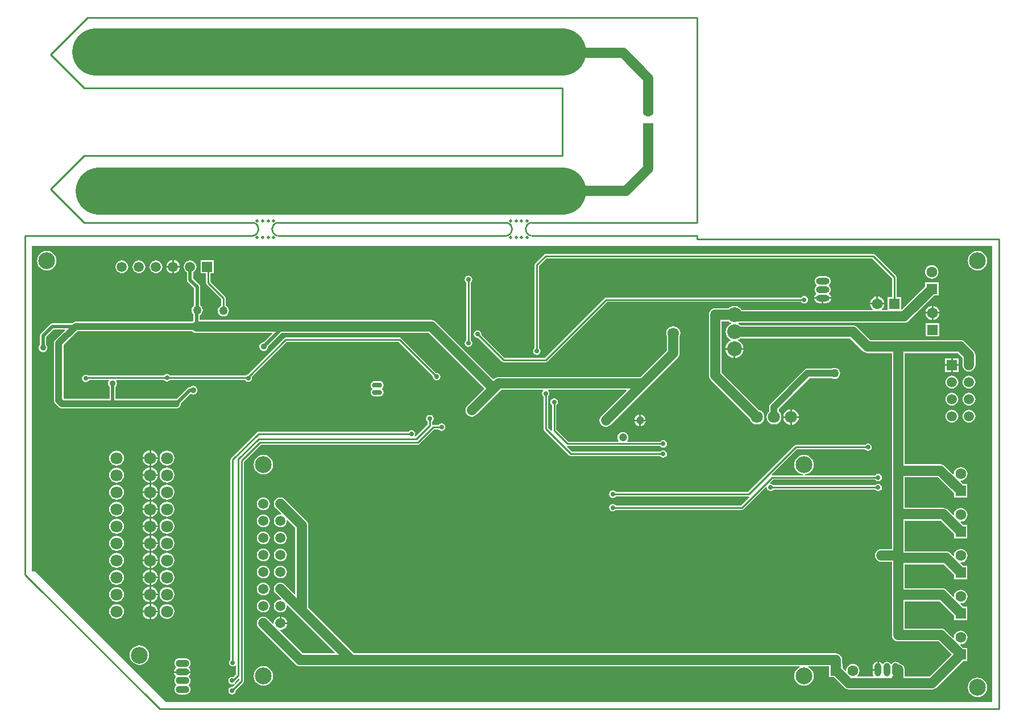
<source format=gbl>
%FSLAX25Y25*%
%MOIN*%
G70*
G01*
G75*
G04 Layer_Physical_Order=2*
G04 Layer_Color=16711680*
%ADD10R,0.07874X0.02756*%
%ADD11R,0.03937X0.04331*%
%ADD12R,0.04331X0.03937*%
%ADD13R,0.11811X0.09055*%
%ADD14R,0.09449X0.12992*%
%ADD15R,0.24016X0.40000*%
%ADD16R,0.12992X0.09449*%
%ADD17R,0.07874X0.02362*%
%ADD18R,0.02362X0.06102*%
%ADD19C,0.01000*%
%ADD20C,0.02756*%
%ADD21C,0.03937*%
%ADD22C,0.05906*%
%ADD23C,0.01969*%
%ADD24C,0.07874*%
%ADD25C,0.01575*%
%ADD26C,0.27559*%
%ADD27O,0.05906X0.02953*%
%ADD28C,0.07087*%
%ADD29C,0.09843*%
%ADD30C,0.05906*%
%ADD31C,0.08661*%
%ADD32O,0.07874X0.03937*%
%ADD33O,0.07874X0.03937*%
%ADD34R,0.06299X0.06299*%
%ADD35C,0.06299*%
%ADD36R,0.06299X0.06299*%
%ADD37R,0.05906X0.05906*%
%ADD38C,0.04724*%
%ADD39C,0.01969*%
%ADD40R,0.05906X0.05906*%
%ADD41O,0.03937X0.07874*%
%ADD42O,0.07874X0.04331*%
%ADD43C,0.02756*%
%ADD44C,0.05000*%
%ADD45C,0.03543*%
%ADD46C,0.06693*%
G36*
X566929Y3937D02*
X82677D01*
X5906Y80709D01*
X3937D01*
Y271654D01*
X566929D01*
Y3937D01*
D02*
G37*
%LPC*%
G36*
X149606Y104087D02*
X148630Y103959D01*
X147720Y103582D01*
X146939Y102982D01*
X146339Y102201D01*
X145962Y101291D01*
X145834Y100315D01*
X145962Y99339D01*
X146339Y98429D01*
X146939Y97648D01*
X147720Y97048D01*
X148630Y96671D01*
X149606Y96543D01*
X150583Y96671D01*
X151493Y97048D01*
X152274Y97648D01*
X152873Y98429D01*
X153250Y99339D01*
X153379Y100315D01*
X153250Y101291D01*
X152873Y102201D01*
X152274Y102982D01*
X151493Y103582D01*
X150583Y103959D01*
X149606Y104087D01*
D02*
G37*
G36*
X139606D02*
X138630Y103959D01*
X137720Y103582D01*
X136939Y102982D01*
X136339Y102201D01*
X135962Y101291D01*
X135834Y100315D01*
X135962Y99339D01*
X136339Y98429D01*
X136939Y97648D01*
X137720Y97048D01*
X138630Y96671D01*
X139606Y96543D01*
X140583Y96671D01*
X141492Y97048D01*
X142274Y97648D01*
X142873Y98429D01*
X143250Y99339D01*
X143379Y100315D01*
X143250Y101291D01*
X142873Y102201D01*
X142274Y102982D01*
X141492Y103582D01*
X140583Y103959D01*
X139606Y104087D01*
D02*
G37*
G36*
X83071Y101533D02*
X81940Y101385D01*
X80887Y100948D01*
X79982Y100254D01*
X79288Y99349D01*
X78852Y98296D01*
X78703Y97165D01*
X78852Y96035D01*
X79288Y94981D01*
X79982Y94077D01*
X80887Y93383D01*
X81940Y92946D01*
X83071Y92797D01*
X84201Y92946D01*
X85255Y93383D01*
X86160Y94077D01*
X86854Y94981D01*
X87290Y96035D01*
X87439Y97165D01*
X87290Y98296D01*
X86854Y99349D01*
X86160Y100254D01*
X85255Y100948D01*
X84201Y101385D01*
X83071Y101533D01*
D02*
G37*
G36*
X72728Y101682D02*
X72042Y101592D01*
X70937Y101134D01*
X69988Y100406D01*
X69260Y99457D01*
X68802Y98351D01*
X68712Y97665D01*
X72728D01*
Y101682D01*
D02*
G37*
G36*
X77745Y106665D02*
X73728D01*
Y102649D01*
X74414Y102739D01*
X75520Y103197D01*
X76469Y103925D01*
X77197Y104874D01*
X77655Y105979D01*
X77745Y106665D01*
D02*
G37*
G36*
X72728D02*
X68712D01*
X68802Y105979D01*
X69260Y104874D01*
X69988Y103925D01*
X70937Y103197D01*
X72042Y102739D01*
X72728Y102649D01*
Y106665D01*
D02*
G37*
G36*
X73728Y101682D02*
Y97665D01*
X77745D01*
X77655Y98351D01*
X77197Y99457D01*
X76469Y100406D01*
X75520Y101134D01*
X74414Y101592D01*
X73728Y101682D01*
D02*
G37*
G36*
X53543Y101533D02*
X52413Y101385D01*
X51359Y100948D01*
X50455Y100254D01*
X49760Y99349D01*
X49324Y98296D01*
X49175Y97165D01*
X49324Y96035D01*
X49760Y94981D01*
X50455Y94077D01*
X51359Y93383D01*
X52413Y92946D01*
X53543Y92797D01*
X54674Y92946D01*
X55727Y93383D01*
X56632Y94077D01*
X57326Y94981D01*
X57762Y96035D01*
X57911Y97165D01*
X57762Y98296D01*
X57326Y99349D01*
X56632Y100254D01*
X55727Y100948D01*
X54674Y101385D01*
X53543Y101533D01*
D02*
G37*
G36*
X149606Y94087D02*
X148630Y93959D01*
X147720Y93582D01*
X146939Y92983D01*
X146339Y92201D01*
X145962Y91291D01*
X145834Y90315D01*
X145962Y89339D01*
X146339Y88429D01*
X146939Y87647D01*
X147720Y87048D01*
X148630Y86671D01*
X149606Y86542D01*
X150583Y86671D01*
X151493Y87048D01*
X152274Y87647D01*
X152873Y88429D01*
X153250Y89339D01*
X153379Y90315D01*
X153250Y91291D01*
X152873Y92201D01*
X152274Y92983D01*
X151493Y93582D01*
X150583Y93959D01*
X149606Y94087D01*
D02*
G37*
G36*
X139606D02*
X138630Y93959D01*
X137720Y93582D01*
X136939Y92983D01*
X136339Y92201D01*
X135962Y91291D01*
X135834Y90315D01*
X135962Y89339D01*
X136339Y88429D01*
X136939Y87647D01*
X137720Y87048D01*
X138630Y86671D01*
X139606Y86542D01*
X140583Y86671D01*
X141492Y87048D01*
X142274Y87647D01*
X142873Y88429D01*
X143250Y89339D01*
X143379Y90315D01*
X143250Y91291D01*
X142873Y92201D01*
X142274Y92983D01*
X141492Y93582D01*
X140583Y93959D01*
X139606Y94087D01*
D02*
G37*
G36*
X83071Y91533D02*
X81940Y91385D01*
X80887Y90948D01*
X79982Y90254D01*
X79288Y89349D01*
X78852Y88296D01*
X78703Y87165D01*
X78852Y86035D01*
X79288Y84981D01*
X79982Y84077D01*
X80887Y83382D01*
X81940Y82946D01*
X83071Y82797D01*
X84201Y82946D01*
X85255Y83382D01*
X86160Y84077D01*
X86854Y84981D01*
X87290Y86035D01*
X87439Y87165D01*
X87290Y88296D01*
X86854Y89349D01*
X86160Y90254D01*
X85255Y90948D01*
X84201Y91385D01*
X83071Y91533D01*
D02*
G37*
G36*
X72728Y91682D02*
X72042Y91592D01*
X70937Y91134D01*
X69988Y90406D01*
X69260Y89457D01*
X68802Y88351D01*
X68712Y87665D01*
X72728D01*
Y91682D01*
D02*
G37*
G36*
X77745Y96665D02*
X73728D01*
Y92649D01*
X74414Y92739D01*
X75520Y93197D01*
X76469Y93925D01*
X77197Y94874D01*
X77655Y95979D01*
X77745Y96665D01*
D02*
G37*
G36*
X72728D02*
X68712D01*
X68802Y95979D01*
X69260Y94874D01*
X69988Y93925D01*
X70937Y93197D01*
X72042Y92739D01*
X72728Y92649D01*
Y96665D01*
D02*
G37*
G36*
X73728Y91682D02*
Y87665D01*
X77745D01*
X77655Y88351D01*
X77197Y89457D01*
X76469Y90406D01*
X75520Y91134D01*
X74414Y91592D01*
X73728Y91682D01*
D02*
G37*
G36*
X53543Y111533D02*
X52413Y111385D01*
X51359Y110948D01*
X50455Y110254D01*
X49760Y109349D01*
X49324Y108296D01*
X49175Y107165D01*
X49324Y106035D01*
X49760Y104981D01*
X50455Y104077D01*
X51359Y103383D01*
X52413Y102946D01*
X53543Y102797D01*
X54674Y102946D01*
X55727Y103383D01*
X56632Y104077D01*
X57326Y104981D01*
X57762Y106035D01*
X57911Y107165D01*
X57762Y108296D01*
X57326Y109349D01*
X56632Y110254D01*
X55727Y110948D01*
X54674Y111385D01*
X53543Y111533D01*
D02*
G37*
G36*
X73728Y121682D02*
Y117665D01*
X77745D01*
X77655Y118351D01*
X77197Y119457D01*
X76469Y120406D01*
X75520Y121134D01*
X74414Y121592D01*
X73728Y121682D01*
D02*
G37*
G36*
X72728D02*
X72042Y121592D01*
X70937Y121134D01*
X69988Y120406D01*
X69260Y119457D01*
X68802Y118351D01*
X68712Y117665D01*
X72728D01*
Y121682D01*
D02*
G37*
G36*
X139606Y124087D02*
X138630Y123959D01*
X137720Y123582D01*
X136939Y122983D01*
X136339Y122201D01*
X135962Y121291D01*
X135834Y120315D01*
X135962Y119339D01*
X136339Y118429D01*
X136939Y117648D01*
X137720Y117048D01*
X138630Y116671D01*
X139606Y116542D01*
X140583Y116671D01*
X141492Y117048D01*
X142274Y117648D01*
X142873Y118429D01*
X143250Y119339D01*
X143379Y120315D01*
X143250Y121291D01*
X142873Y122201D01*
X142274Y122983D01*
X141492Y123582D01*
X140583Y123959D01*
X139606Y124087D01*
D02*
G37*
G36*
X72728Y126665D02*
X68712D01*
X68802Y125979D01*
X69260Y124874D01*
X69988Y123925D01*
X70937Y123197D01*
X72042Y122739D01*
X72728Y122649D01*
Y126665D01*
D02*
G37*
G36*
X83071Y131533D02*
X81940Y131385D01*
X80887Y130948D01*
X79982Y130254D01*
X79288Y129349D01*
X78852Y128296D01*
X78703Y127165D01*
X78852Y126035D01*
X79288Y124981D01*
X79982Y124077D01*
X80887Y123382D01*
X81940Y122946D01*
X83071Y122797D01*
X84201Y122946D01*
X85255Y123382D01*
X86160Y124077D01*
X86854Y124981D01*
X87290Y126035D01*
X87439Y127165D01*
X87290Y128296D01*
X86854Y129349D01*
X86160Y130254D01*
X85255Y130948D01*
X84201Y131385D01*
X83071Y131533D01*
D02*
G37*
G36*
X53543D02*
X52413Y131385D01*
X51359Y130948D01*
X50455Y130254D01*
X49760Y129349D01*
X49324Y128296D01*
X49175Y127165D01*
X49324Y126035D01*
X49760Y124981D01*
X50455Y124077D01*
X51359Y123382D01*
X52413Y122946D01*
X53543Y122797D01*
X54674Y122946D01*
X55727Y123382D01*
X56632Y124077D01*
X57326Y124981D01*
X57762Y126035D01*
X57911Y127165D01*
X57762Y128296D01*
X57326Y129349D01*
X56632Y130254D01*
X55727Y130948D01*
X54674Y131385D01*
X53543Y131533D01*
D02*
G37*
G36*
X77745Y126665D02*
X73728D01*
Y122649D01*
X74414Y122739D01*
X75520Y123197D01*
X76469Y123925D01*
X77197Y124874D01*
X77655Y125979D01*
X77745Y126665D01*
D02*
G37*
G36*
X83071Y121533D02*
X81940Y121385D01*
X80887Y120948D01*
X79982Y120254D01*
X79288Y119349D01*
X78852Y118296D01*
X78703Y117165D01*
X78852Y116035D01*
X79288Y114981D01*
X79982Y114077D01*
X80887Y113382D01*
X81940Y112946D01*
X83071Y112797D01*
X84201Y112946D01*
X85255Y113382D01*
X86160Y114077D01*
X86854Y114981D01*
X87290Y116035D01*
X87439Y117165D01*
X87290Y118296D01*
X86854Y119349D01*
X86160Y120254D01*
X85255Y120948D01*
X84201Y121385D01*
X83071Y121533D01*
D02*
G37*
G36*
X72728Y111682D02*
X72042Y111592D01*
X70937Y111134D01*
X69988Y110406D01*
X69260Y109457D01*
X68802Y108351D01*
X68712Y107665D01*
X72728D01*
Y111682D01*
D02*
G37*
G36*
X139606Y114087D02*
X138630Y113959D01*
X137720Y113582D01*
X136939Y112982D01*
X136339Y112201D01*
X135962Y111291D01*
X135834Y110315D01*
X135962Y109339D01*
X136339Y108429D01*
X136939Y107648D01*
X137720Y107048D01*
X138630Y106671D01*
X139606Y106543D01*
X140583Y106671D01*
X141492Y107048D01*
X142274Y107648D01*
X142873Y108429D01*
X143250Y109339D01*
X143379Y110315D01*
X143250Y111291D01*
X142873Y112201D01*
X142274Y112982D01*
X141492Y113582D01*
X140583Y113959D01*
X139606Y114087D01*
D02*
G37*
G36*
X83071Y111533D02*
X81940Y111385D01*
X80887Y110948D01*
X79982Y110254D01*
X79288Y109349D01*
X78852Y108296D01*
X78703Y107165D01*
X78852Y106035D01*
X79288Y104981D01*
X79982Y104077D01*
X80887Y103383D01*
X81940Y102946D01*
X83071Y102797D01*
X84201Y102946D01*
X85255Y103383D01*
X86160Y104077D01*
X86854Y104981D01*
X87290Y106035D01*
X87439Y107165D01*
X87290Y108296D01*
X86854Y109349D01*
X86160Y110254D01*
X85255Y110948D01*
X84201Y111385D01*
X83071Y111533D01*
D02*
G37*
G36*
X73728Y111682D02*
Y107665D01*
X77745D01*
X77655Y108351D01*
X77197Y109457D01*
X76469Y110406D01*
X75520Y111134D01*
X74414Y111592D01*
X73728Y111682D01*
D02*
G37*
G36*
X53543Y121533D02*
X52413Y121385D01*
X51359Y120948D01*
X50455Y120254D01*
X49760Y119349D01*
X49324Y118296D01*
X49175Y117165D01*
X49324Y116035D01*
X49760Y114981D01*
X50455Y114077D01*
X51359Y113382D01*
X52413Y112946D01*
X53543Y112797D01*
X54674Y112946D01*
X55727Y113382D01*
X56632Y114077D01*
X57326Y114981D01*
X57762Y116035D01*
X57911Y117165D01*
X57762Y118296D01*
X57326Y119349D01*
X56632Y120254D01*
X55727Y120948D01*
X54674Y121385D01*
X53543Y121533D01*
D02*
G37*
G36*
X77745Y116665D02*
X73728D01*
Y112649D01*
X74414Y112739D01*
X75520Y113197D01*
X76469Y113925D01*
X77197Y114874D01*
X77655Y115979D01*
X77745Y116665D01*
D02*
G37*
G36*
X72728D02*
X68712D01*
X68802Y115979D01*
X69260Y114874D01*
X69988Y113925D01*
X70937Y113197D01*
X72042Y112739D01*
X72728Y112649D01*
Y116665D01*
D02*
G37*
G36*
X53543Y91533D02*
X52413Y91385D01*
X51359Y90948D01*
X50455Y90254D01*
X49760Y89349D01*
X49324Y88296D01*
X49175Y87165D01*
X49324Y86035D01*
X49760Y84981D01*
X50455Y84077D01*
X51359Y83382D01*
X52413Y82946D01*
X53543Y82797D01*
X54674Y82946D01*
X55727Y83382D01*
X56632Y84077D01*
X57326Y84981D01*
X57762Y86035D01*
X57911Y87165D01*
X57762Y88296D01*
X57326Y89349D01*
X56632Y90254D01*
X55727Y90948D01*
X54674Y91385D01*
X53543Y91533D01*
D02*
G37*
G36*
X83071Y61455D02*
X81940Y61306D01*
X80887Y60869D01*
X79982Y60175D01*
X79288Y59271D01*
X78852Y58217D01*
X78703Y57087D01*
X78852Y55956D01*
X79288Y54903D01*
X79982Y53998D01*
X80887Y53304D01*
X81940Y52867D01*
X83071Y52719D01*
X84201Y52867D01*
X85255Y53304D01*
X86160Y53998D01*
X86854Y54903D01*
X87290Y55956D01*
X87439Y57087D01*
X87290Y58217D01*
X86854Y59271D01*
X86160Y60175D01*
X85255Y60869D01*
X84201Y61306D01*
X83071Y61455D01*
D02*
G37*
G36*
X53543D02*
X52413Y61306D01*
X51359Y60869D01*
X50455Y60175D01*
X49760Y59271D01*
X49324Y58217D01*
X49175Y57087D01*
X49324Y55956D01*
X49760Y54903D01*
X50455Y53998D01*
X51359Y53304D01*
X52413Y52867D01*
X53543Y52719D01*
X54674Y52867D01*
X55727Y53304D01*
X56632Y53998D01*
X57326Y54903D01*
X57762Y55956D01*
X57911Y57087D01*
X57762Y58217D01*
X57326Y59271D01*
X56632Y60175D01*
X55727Y60869D01*
X54674Y61306D01*
X53543Y61455D01*
D02*
G37*
G36*
X77745Y56587D02*
X73728D01*
Y52570D01*
X74414Y52660D01*
X75520Y53118D01*
X76469Y53846D01*
X77197Y54795D01*
X77655Y55901D01*
X77745Y56587D01*
D02*
G37*
G36*
X139606Y64087D02*
X138630Y63959D01*
X137720Y63582D01*
X136939Y62982D01*
X136339Y62201D01*
X135962Y61291D01*
X135834Y60315D01*
X135962Y59339D01*
X136339Y58429D01*
X136939Y57648D01*
X137720Y57048D01*
X138630Y56671D01*
X139606Y56542D01*
X140583Y56671D01*
X141492Y57048D01*
X142274Y57648D01*
X142873Y58429D01*
X143250Y59339D01*
X143379Y60315D01*
X143250Y61291D01*
X142873Y62201D01*
X142274Y62982D01*
X141492Y63582D01*
X140583Y63959D01*
X139606Y64087D01*
D02*
G37*
G36*
X72728Y66587D02*
X68712D01*
X68802Y65901D01*
X69260Y64795D01*
X69988Y63846D01*
X70937Y63118D01*
X72042Y62660D01*
X72728Y62570D01*
Y66587D01*
D02*
G37*
G36*
X73728Y61603D02*
Y57587D01*
X77745D01*
X77655Y58273D01*
X77197Y59378D01*
X76469Y60327D01*
X75520Y61055D01*
X74414Y61513D01*
X73728Y61603D01*
D02*
G37*
G36*
X72728D02*
X72042Y61513D01*
X70937Y61055D01*
X69988Y60327D01*
X69260Y59378D01*
X68802Y58273D01*
X68712Y57587D01*
X72728D01*
Y61603D01*
D02*
G37*
G36*
Y56587D02*
X68712D01*
X68802Y55901D01*
X69260Y54795D01*
X69988Y53846D01*
X70937Y53118D01*
X72042Y52660D01*
X72728Y52570D01*
Y56587D01*
D02*
G37*
G36*
X139606Y25049D02*
X138116Y24853D01*
X136727Y24278D01*
X135535Y23363D01*
X134620Y22170D01*
X134045Y20782D01*
X133848Y19291D01*
X134045Y17801D01*
X134620Y16412D01*
X135535Y15220D01*
X136727Y14305D01*
X138116Y13730D01*
X139606Y13533D01*
X141097Y13730D01*
X142485Y14305D01*
X143678Y15220D01*
X144593Y16412D01*
X145168Y17801D01*
X145364Y19291D01*
X145168Y20782D01*
X144593Y22170D01*
X143678Y23363D01*
X142485Y24278D01*
X141097Y24853D01*
X139606Y25049D01*
D02*
G37*
G36*
X97025Y21154D02*
X87227D01*
X87270Y20827D01*
X87589Y20057D01*
X88097Y19396D01*
X88339Y19210D01*
Y18711D01*
X88248Y18641D01*
X87775Y18024D01*
X87478Y17306D01*
X87376Y16535D01*
X87478Y15765D01*
X87775Y15046D01*
X88248Y14430D01*
X88513Y14226D01*
Y13726D01*
X88248Y13523D01*
X87775Y12906D01*
X87478Y12188D01*
X87376Y11417D01*
X87478Y10646D01*
X87775Y9928D01*
X88248Y9311D01*
X88865Y8838D01*
X89583Y8541D01*
X90354Y8439D01*
X93898D01*
X94669Y8541D01*
X95387Y8838D01*
X96004Y9311D01*
X96477Y9928D01*
X96774Y10646D01*
X96876Y11417D01*
X96774Y12188D01*
X96477Y12906D01*
X96004Y13523D01*
X95739Y13726D01*
Y14226D01*
X96004Y14430D01*
X96477Y15046D01*
X96774Y15765D01*
X96876Y16535D01*
X96774Y17306D01*
X96477Y18024D01*
X96004Y18641D01*
X95913Y18711D01*
Y19210D01*
X96155Y19396D01*
X96663Y20057D01*
X96982Y20827D01*
X97025Y21154D01*
D02*
G37*
G36*
X558268Y18356D02*
X556777Y18160D01*
X555389Y17585D01*
X554196Y16670D01*
X553281Y15477D01*
X552706Y14089D01*
X552510Y12598D01*
X552706Y11108D01*
X553281Y9719D01*
X554196Y8527D01*
X555389Y7612D01*
X556777Y7037D01*
X558268Y6841D01*
X559758Y7037D01*
X561147Y7612D01*
X562339Y8527D01*
X563254Y9719D01*
X563829Y11108D01*
X564026Y12598D01*
X563829Y14089D01*
X563254Y15477D01*
X562339Y16670D01*
X561147Y17585D01*
X559758Y18160D01*
X558268Y18356D01*
D02*
G37*
G36*
X93898Y29750D02*
X90354D01*
X89583Y29648D01*
X88865Y29351D01*
X88248Y28878D01*
X87775Y28261D01*
X87478Y27542D01*
X87376Y26772D01*
X87478Y26001D01*
X87775Y25282D01*
X88248Y24666D01*
X88339Y24597D01*
Y24097D01*
X88097Y23911D01*
X87589Y23250D01*
X87270Y22480D01*
X87227Y22153D01*
X97025D01*
X96982Y22480D01*
X96663Y23250D01*
X96155Y23911D01*
X95913Y24097D01*
Y24597D01*
X96004Y24666D01*
X96477Y25282D01*
X96774Y26001D01*
X96876Y26772D01*
X96774Y27542D01*
X96477Y28261D01*
X96004Y28878D01*
X95387Y29351D01*
X94669Y29648D01*
X93898Y29750D01*
D02*
G37*
G36*
X150106Y54236D02*
Y50815D01*
X153527D01*
X153457Y51347D01*
X153059Y52308D01*
X152425Y53134D01*
X151600Y53768D01*
X150638Y54166D01*
X150106Y54236D01*
D02*
G37*
G36*
X66929Y37254D02*
X65439Y37058D01*
X64050Y36483D01*
X62858Y35568D01*
X61943Y34375D01*
X61367Y32986D01*
X61171Y31496D01*
X61367Y30006D01*
X61943Y28617D01*
X62858Y27425D01*
X64050Y26510D01*
X65439Y25934D01*
X66929Y25738D01*
X68419Y25934D01*
X69808Y26510D01*
X71001Y27425D01*
X71916Y28617D01*
X72491Y30006D01*
X72687Y31496D01*
X72491Y32986D01*
X71916Y34375D01*
X71001Y35568D01*
X69808Y36483D01*
X68419Y37058D01*
X66929Y37254D01*
D02*
G37*
G36*
X499382Y27731D02*
X499107Y27695D01*
X498385Y27396D01*
X497765Y26920D01*
X497289Y26300D01*
X496990Y25578D01*
X496888Y24803D01*
Y23335D01*
X499382D01*
Y27731D01*
D02*
G37*
G36*
X77745Y66587D02*
X73728D01*
Y62570D01*
X74414Y62660D01*
X75520Y63118D01*
X76469Y63846D01*
X77197Y64795D01*
X77655Y65901D01*
X77745Y66587D01*
D02*
G37*
G36*
X149606Y84087D02*
X148630Y83959D01*
X147720Y83582D01*
X146939Y82982D01*
X146339Y82201D01*
X145962Y81291D01*
X145834Y80315D01*
X145962Y79339D01*
X146339Y78429D01*
X146939Y77648D01*
X147720Y77048D01*
X148630Y76671D01*
X149606Y76543D01*
X150583Y76671D01*
X151493Y77048D01*
X152274Y77648D01*
X152873Y78429D01*
X153250Y79339D01*
X153379Y80315D01*
X153250Y81291D01*
X152873Y82201D01*
X152274Y82982D01*
X151493Y83582D01*
X150583Y83959D01*
X149606Y84087D01*
D02*
G37*
G36*
X139606D02*
X138630Y83959D01*
X137720Y83582D01*
X136939Y82982D01*
X136339Y82201D01*
X135962Y81291D01*
X135834Y80315D01*
X135962Y79339D01*
X136339Y78429D01*
X136939Y77648D01*
X137720Y77048D01*
X138630Y76671D01*
X139606Y76543D01*
X140583Y76671D01*
X141492Y77048D01*
X142274Y77648D01*
X142873Y78429D01*
X143250Y79339D01*
X143379Y80315D01*
X143250Y81291D01*
X142873Y82201D01*
X142274Y82982D01*
X141492Y83582D01*
X140583Y83959D01*
X139606Y84087D01*
D02*
G37*
G36*
X83071Y81533D02*
X81940Y81385D01*
X80887Y80948D01*
X79982Y80254D01*
X79288Y79349D01*
X78852Y78296D01*
X78703Y77165D01*
X78852Y76035D01*
X79288Y74981D01*
X79982Y74077D01*
X80887Y73383D01*
X81940Y72946D01*
X83071Y72797D01*
X84201Y72946D01*
X85255Y73383D01*
X86160Y74077D01*
X86854Y74981D01*
X87290Y76035D01*
X87439Y77165D01*
X87290Y78296D01*
X86854Y79349D01*
X86160Y80254D01*
X85255Y80948D01*
X84201Y81385D01*
X83071Y81533D01*
D02*
G37*
G36*
X72728Y81682D02*
X72042Y81592D01*
X70937Y81134D01*
X69988Y80406D01*
X69260Y79457D01*
X68802Y78351D01*
X68712Y77665D01*
X72728D01*
Y81682D01*
D02*
G37*
G36*
X77745Y86665D02*
X73728D01*
Y82649D01*
X74414Y82739D01*
X75520Y83197D01*
X76469Y83925D01*
X77197Y84874D01*
X77655Y85979D01*
X77745Y86665D01*
D02*
G37*
G36*
X72728D02*
X68712D01*
X68802Y85979D01*
X69260Y84874D01*
X69988Y83925D01*
X70937Y83197D01*
X72042Y82739D01*
X72728Y82649D01*
Y86665D01*
D02*
G37*
G36*
X73728Y81682D02*
Y77665D01*
X77745D01*
X77655Y78351D01*
X77197Y79457D01*
X76469Y80406D01*
X75520Y81134D01*
X74414Y81592D01*
X73728Y81682D01*
D02*
G37*
G36*
X53543Y81533D02*
X52413Y81385D01*
X51359Y80948D01*
X50455Y80254D01*
X49760Y79349D01*
X49324Y78296D01*
X49175Y77165D01*
X49324Y76035D01*
X49760Y74981D01*
X50455Y74077D01*
X51359Y73383D01*
X52413Y72946D01*
X53543Y72797D01*
X54674Y72946D01*
X55727Y73383D01*
X56632Y74077D01*
X57326Y74981D01*
X57762Y76035D01*
X57911Y77165D01*
X57762Y78296D01*
X57326Y79349D01*
X56632Y80254D01*
X55727Y80948D01*
X54674Y81385D01*
X53543Y81533D01*
D02*
G37*
G36*
X139606Y74087D02*
X138630Y73959D01*
X137720Y73582D01*
X136939Y72983D01*
X136339Y72201D01*
X135962Y71291D01*
X135834Y70315D01*
X135962Y69339D01*
X136339Y68429D01*
X136939Y67647D01*
X137720Y67048D01*
X138630Y66671D01*
X139606Y66543D01*
X140583Y66671D01*
X141492Y67048D01*
X142274Y67647D01*
X142873Y68429D01*
X143250Y69339D01*
X143379Y70315D01*
X143250Y71291D01*
X142873Y72201D01*
X142274Y72983D01*
X141492Y73582D01*
X140583Y73959D01*
X139606Y74087D01*
D02*
G37*
G36*
X83071Y71455D02*
X81940Y71306D01*
X80887Y70869D01*
X79982Y70175D01*
X79288Y69271D01*
X78852Y68217D01*
X78703Y67087D01*
X78852Y65956D01*
X79288Y64903D01*
X79982Y63998D01*
X80887Y63304D01*
X81940Y62867D01*
X83071Y62718D01*
X84201Y62867D01*
X85255Y63304D01*
X86160Y63998D01*
X86854Y64903D01*
X87290Y65956D01*
X87439Y67087D01*
X87290Y68217D01*
X86854Y69271D01*
X86160Y70175D01*
X85255Y70869D01*
X84201Y71306D01*
X83071Y71455D01*
D02*
G37*
G36*
X53543D02*
X52413Y71306D01*
X51359Y70869D01*
X50455Y70175D01*
X49760Y69271D01*
X49324Y68217D01*
X49175Y67087D01*
X49324Y65956D01*
X49760Y64903D01*
X50455Y63998D01*
X51359Y63304D01*
X52413Y62867D01*
X53543Y62718D01*
X54674Y62867D01*
X55727Y63304D01*
X56632Y63998D01*
X57326Y64903D01*
X57762Y65956D01*
X57911Y67087D01*
X57762Y68217D01*
X57326Y69271D01*
X56632Y70175D01*
X55727Y70869D01*
X54674Y71306D01*
X53543Y71455D01*
D02*
G37*
G36*
X72728Y71603D02*
X72042Y71513D01*
X70937Y71055D01*
X69988Y70327D01*
X69260Y69378D01*
X68802Y68273D01*
X68712Y67587D01*
X72728D01*
Y71603D01*
D02*
G37*
G36*
X77745Y76665D02*
X73728D01*
Y72649D01*
X74414Y72739D01*
X75520Y73197D01*
X76469Y73925D01*
X77197Y74874D01*
X77655Y75979D01*
X77745Y76665D01*
D02*
G37*
G36*
X72728D02*
X68712D01*
X68802Y75979D01*
X69260Y74874D01*
X69988Y73925D01*
X70937Y73197D01*
X72042Y72739D01*
X72728Y72649D01*
Y76665D01*
D02*
G37*
G36*
X73728Y71603D02*
Y67587D01*
X77745D01*
X77655Y68273D01*
X77197Y69378D01*
X76469Y70327D01*
X75520Y71055D01*
X74414Y71513D01*
X73728Y71603D01*
D02*
G37*
G36*
X531390Y231941D02*
X527770D01*
X527847Y231358D01*
X528265Y230348D01*
X528930Y229481D01*
X529797Y228816D01*
X530806Y228398D01*
X531390Y228321D01*
Y231941D01*
D02*
G37*
G36*
X536009D02*
X532390D01*
Y228321D01*
X532973Y228398D01*
X533983Y228816D01*
X534849Y229481D01*
X535514Y230348D01*
X535933Y231358D01*
X536009Y231941D01*
D02*
G37*
G36*
X535827Y226378D02*
X527953D01*
Y218504D01*
X535827D01*
Y226378D01*
D02*
G37*
G36*
X96693Y263221D02*
X95717Y263093D01*
X94807Y262716D01*
X94025Y262116D01*
X93426Y261335D01*
X93049Y260425D01*
X92921Y259449D01*
X93049Y258472D01*
X93426Y257563D01*
X94025Y256781D01*
X94807Y256182D01*
X94886Y256149D01*
Y251732D01*
X95024Y251041D01*
X95416Y250455D01*
X98981Y246890D01*
Y236616D01*
X98443Y236203D01*
X97916Y235516D01*
X97585Y234716D01*
X97472Y233858D01*
X97585Y233000D01*
X97916Y232200D01*
X98443Y231514D01*
X98587Y231403D01*
Y227710D01*
X98507Y227677D01*
X97872Y227189D01*
X29528D01*
X28808Y227094D01*
X28138Y226817D01*
X27562Y226375D01*
X27403Y226216D01*
X15748D01*
X15748Y226216D01*
X15057Y226078D01*
X14471Y225687D01*
X9176Y220392D01*
X8784Y219805D01*
X8646Y219114D01*
Y213828D01*
X8628Y213813D01*
X8217Y213279D01*
X7960Y212656D01*
X7872Y211988D01*
X7960Y211320D01*
X8217Y210698D01*
X8628Y210163D01*
X9162Y209753D01*
X9785Y209495D01*
X10453Y209407D01*
X11121Y209495D01*
X11743Y209753D01*
X12278Y210163D01*
X12688Y210698D01*
X12946Y211320D01*
X13034Y211988D01*
X12946Y212656D01*
X12688Y213279D01*
X12278Y213813D01*
X12259Y213828D01*
Y218366D01*
X16496Y222603D01*
X23137D01*
X23328Y222141D01*
X17719Y216532D01*
X17278Y215957D01*
X17000Y215286D01*
X16905Y214567D01*
Y181102D01*
X17000Y180383D01*
X17278Y179712D01*
X17719Y179137D01*
X19688Y177168D01*
X20264Y176727D01*
X20934Y176449D01*
X21654Y176354D01*
X88583D01*
X89302Y176449D01*
X89973Y176727D01*
X90548Y177168D01*
X90990Y177744D01*
X91268Y178414D01*
X91362Y179134D01*
X91336Y179333D01*
X96932Y184928D01*
X97135Y184773D01*
X97757Y184515D01*
X98425Y184427D01*
X99093Y184515D01*
X99716Y184773D01*
X100250Y185183D01*
X100661Y185717D01*
X100918Y186340D01*
X101006Y187008D01*
X100918Y187676D01*
X100661Y188298D01*
X100250Y188833D01*
X99716Y189243D01*
X99093Y189501D01*
X98425Y189589D01*
X97757Y189501D01*
X97135Y189243D01*
X96600Y188833D01*
X96586Y188814D01*
X96457D01*
X95765Y188677D01*
X95179Y188285D01*
X88782Y181887D01*
X88583Y181913D01*
X52987D01*
Y189105D01*
X53006Y189120D01*
X53416Y189654D01*
X53674Y190277D01*
X53762Y190945D01*
X53674Y191613D01*
X53416Y192235D01*
X53215Y192498D01*
X53461Y192998D01*
X81363D01*
X81529Y192750D01*
X82246Y192271D01*
X83091Y192103D01*
X83935Y192271D01*
X84652Y192750D01*
X84818Y192998D01*
X128843D01*
X129167Y192514D01*
X129884Y192035D01*
X130728Y191867D01*
X131573Y192035D01*
X132290Y192514D01*
X132768Y193230D01*
X132936Y194075D01*
X132773Y194893D01*
X153103Y215223D01*
X219023D01*
X239032Y195214D01*
X238973Y194921D01*
X239141Y194076D01*
X239620Y193360D01*
X240336Y192882D01*
X241181Y192713D01*
X242026Y192882D01*
X242742Y193360D01*
X243221Y194076D01*
X243389Y194921D01*
X243221Y195766D01*
X242742Y196482D01*
X242026Y196961D01*
X241181Y197129D01*
X240888Y197071D01*
X220495Y217464D01*
X220069Y217748D01*
X219567Y217848D01*
X152559D01*
X152057Y217748D01*
X151631Y217464D01*
X130381Y196213D01*
X129884Y196115D01*
X129167Y195636D01*
X129159Y195624D01*
X84818D01*
X84652Y195872D01*
X83935Y196351D01*
X83091Y196519D01*
X82246Y196351D01*
X81529Y195872D01*
X81363Y195624D01*
X36797D01*
X36298Y195957D01*
X35453Y196125D01*
X34608Y195957D01*
X33892Y195478D01*
X33413Y194762D01*
X33245Y193917D01*
X33413Y193072D01*
X33892Y192356D01*
X34608Y191878D01*
X35453Y191709D01*
X36298Y191878D01*
X37014Y192356D01*
X37443Y192998D01*
X48901D01*
X49148Y192498D01*
X48946Y192235D01*
X48688Y191613D01*
X48600Y190945D01*
X48688Y190277D01*
X48946Y189654D01*
X49356Y189120D01*
X49375Y189105D01*
Y181913D01*
X22805D01*
X22465Y182254D01*
Y213416D01*
X30679Y221630D01*
X97872D01*
X98507Y221142D01*
X99417Y220766D01*
X100394Y220637D01*
X144595D01*
X144786Y220175D01*
X139787Y215177D01*
X139764Y215180D01*
X139096Y215092D01*
X138473Y214834D01*
X137939Y214424D01*
X137529Y213889D01*
X137271Y213266D01*
X137183Y212598D01*
X137271Y211930D01*
X137529Y211308D01*
X137939Y210773D01*
X138473Y210363D01*
X139096Y210105D01*
X139764Y210017D01*
X140432Y210105D01*
X141054Y210363D01*
X141589Y210773D01*
X141999Y211308D01*
X142257Y211930D01*
X142345Y212598D01*
X142342Y212622D01*
X150357Y220637D01*
X236626D01*
X269271Y187992D01*
X259144Y177864D01*
X259143Y177864D01*
X258544Y177083D01*
X258167Y176173D01*
X258039Y175197D01*
X258167Y174221D01*
X258544Y173311D01*
X259143Y172529D01*
X259925Y171930D01*
X260835Y171553D01*
X261811Y171424D01*
X261811D01*
X262787Y171553D01*
X263697Y171930D01*
X264478Y172529D01*
X277274Y185325D01*
X277274Y185325D01*
X277274Y185325D01*
X279122Y187172D01*
X303513D01*
X303665Y186672D01*
X303557Y186600D01*
X303078Y185884D01*
X302910Y185039D01*
X303078Y184195D01*
X303557Y183478D01*
X303805Y183312D01*
Y164370D01*
X303905Y163868D01*
X304190Y163442D01*
X318954Y148678D01*
X319380Y148394D01*
X319882Y148294D01*
X372289D01*
X372455Y148045D01*
X373171Y147567D01*
X374016Y147398D01*
X374861Y147567D01*
X375577Y148045D01*
X376056Y148761D01*
X376223Y149606D01*
X376056Y150451D01*
X375577Y151167D01*
X374861Y151646D01*
X374016Y151814D01*
X373171Y151646D01*
X372455Y151167D01*
X372289Y150919D01*
X320426D01*
X317591Y153753D01*
X317837Y154214D01*
X317913Y154199D01*
X372289D01*
X372455Y153951D01*
X373171Y153472D01*
X374016Y153304D01*
X374861Y153472D01*
X375577Y153951D01*
X376056Y154667D01*
X376223Y155512D01*
X376056Y156357D01*
X375577Y157073D01*
X374861Y157552D01*
X374016Y157720D01*
X373171Y157552D01*
X372455Y157073D01*
X372289Y156824D01*
X353116D01*
X352870Y157324D01*
X353145Y157683D01*
X353462Y158449D01*
X353571Y159272D01*
X353462Y160094D01*
X353145Y160860D01*
X352640Y161518D01*
X351982Y162023D01*
X351216Y162340D01*
X350394Y162448D01*
X349571Y162340D01*
X348805Y162023D01*
X348147Y161518D01*
X347642Y160860D01*
X347325Y160094D01*
X347217Y159272D01*
X347325Y158449D01*
X347642Y157683D01*
X347918Y157324D01*
X347671Y156824D01*
X318457D01*
X311352Y163929D01*
Y178391D01*
X311600Y178557D01*
X312079Y179273D01*
X312247Y180118D01*
X312079Y180963D01*
X311600Y181679D01*
X310884Y182158D01*
X310039Y182326D01*
X309194Y182158D01*
X308478Y181679D01*
X308000Y180963D01*
X307832Y180118D01*
X308000Y179273D01*
X308478Y178557D01*
X308727Y178391D01*
Y163386D01*
X308742Y163310D01*
X308281Y163063D01*
X306431Y164914D01*
Y183312D01*
X306679Y183478D01*
X307158Y184195D01*
X307326Y185039D01*
X307158Y185884D01*
X306679Y186600D01*
X306572Y186672D01*
X306723Y187172D01*
X352306D01*
X352498Y186711D01*
X337726Y171939D01*
X337127Y171158D01*
X336750Y170248D01*
X336621Y169272D01*
X336750Y168295D01*
X337127Y167385D01*
X337726Y166604D01*
X338508Y166005D01*
X339417Y165628D01*
X340394Y165499D01*
X341370Y165628D01*
X342280Y166005D01*
X343061Y166604D01*
X364734Y188277D01*
X364735Y188277D01*
X382589Y206132D01*
X383188Y206913D01*
X383565Y207823D01*
X383694Y208799D01*
Y218778D01*
X383949Y219393D01*
X384091Y220472D01*
X383949Y221552D01*
X383532Y222557D01*
X382870Y223421D01*
X382006Y224083D01*
X381000Y224500D01*
X379921Y224642D01*
X378842Y224500D01*
X377836Y224083D01*
X376973Y223421D01*
X376310Y222557D01*
X375894Y221552D01*
X375752Y220472D01*
X375894Y219393D01*
X376149Y218778D01*
Y210362D01*
X360504Y194717D01*
X277559D01*
X276583Y194589D01*
X276050Y194368D01*
X275673Y194212D01*
X274892Y193612D01*
X274856Y193577D01*
X274356D01*
X240857Y227077D01*
X240075Y227677D01*
X239165Y228053D01*
X238189Y228182D01*
X102200D01*
Y230885D01*
X102445Y230987D01*
X103132Y231514D01*
X103659Y232200D01*
X103990Y233000D01*
X104103Y233858D01*
X103990Y234716D01*
X103659Y235516D01*
X103132Y236203D01*
X102594Y236616D01*
Y247638D01*
X102456Y248329D01*
X102065Y248915D01*
X98499Y252481D01*
Y256149D01*
X98579Y256182D01*
X99360Y256781D01*
X99960Y257563D01*
X100337Y258472D01*
X100465Y259449D01*
X100337Y260425D01*
X99960Y261335D01*
X99360Y262116D01*
X98579Y262716D01*
X97669Y263093D01*
X96693Y263221D01*
D02*
G37*
G36*
X532390Y236561D02*
Y232941D01*
X536009D01*
X535933Y233524D01*
X535514Y234534D01*
X534849Y235401D01*
X533983Y236066D01*
X532973Y236484D01*
X532390Y236561D01*
D02*
G37*
G36*
X497047Y267061D02*
X305118D01*
X304616Y266961D01*
X304190Y266676D01*
X298993Y261479D01*
X298709Y261053D01*
X298609Y260551D01*
Y211648D01*
X298360Y211482D01*
X297882Y210766D01*
X297713Y209921D01*
X297882Y209076D01*
X298360Y208360D01*
X299076Y207882D01*
X299921Y207714D01*
X300766Y207882D01*
X301482Y208360D01*
X301961Y209076D01*
X302129Y209921D01*
X301961Y210766D01*
X301482Y211482D01*
X301234Y211648D01*
Y260008D01*
X305662Y264435D01*
X496503D01*
X508136Y252803D01*
Y241732D01*
X505512D01*
Y234087D01*
X502254D01*
X502085Y234587D01*
X502408Y234836D01*
X503074Y235703D01*
X503492Y236712D01*
X503568Y237295D01*
X495329D01*
X495406Y236712D01*
X495824Y235703D01*
X496489Y234836D01*
X496813Y234587D01*
X496643Y234087D01*
X420030D01*
X419398Y234910D01*
X418329Y235731D01*
X417084Y236246D01*
X415748Y236422D01*
X414412Y236246D01*
X413167Y235731D01*
X412257Y235032D01*
X404488D01*
X403512Y234904D01*
X402602Y234527D01*
X401821Y233927D01*
X401221Y233146D01*
X400844Y232236D01*
X400716Y231260D01*
Y195748D01*
X400844Y194772D01*
X401221Y193862D01*
X401821Y193080D01*
X424755Y170146D01*
X424757Y170129D01*
X425194Y169076D01*
X425888Y168171D01*
X426792Y167477D01*
X427846Y167041D01*
X428976Y166892D01*
X430107Y167041D01*
X431160Y167477D01*
X432065Y168171D01*
X432759Y169076D01*
X433196Y170129D01*
X433344Y171260D01*
X433196Y172390D01*
X432759Y173444D01*
X432065Y174348D01*
X431160Y175043D01*
X430107Y175479D01*
X430090Y175481D01*
X408261Y197311D01*
Y227487D01*
X412257D01*
X413167Y226789D01*
X413792Y226530D01*
Y225989D01*
X413167Y225730D01*
X412098Y224910D01*
X411277Y223841D01*
X410762Y222596D01*
X410586Y221260D01*
X410762Y219924D01*
X411277Y218679D01*
X412098Y217610D01*
X413167Y216789D01*
X413563Y216625D01*
Y216125D01*
X413060Y215916D01*
X411946Y215062D01*
X411092Y213948D01*
X410555Y212651D01*
X410437Y211760D01*
X421059D01*
X420941Y212651D01*
X420404Y213948D01*
X419550Y215062D01*
X418436Y215916D01*
X417933Y216125D01*
Y216625D01*
X418329Y216789D01*
X419239Y217487D01*
X483477D01*
X491033Y209931D01*
X491815Y209331D01*
X492191Y209175D01*
X492724Y208955D01*
X493701Y208826D01*
X508039D01*
Y139764D01*
Y114173D01*
Y93812D01*
X501968D01*
X500992Y93683D01*
X500082Y93306D01*
X499301Y92707D01*
X498701Y91926D01*
X498325Y91016D01*
X498196Y90039D01*
X498325Y89063D01*
X498701Y88153D01*
X499301Y87372D01*
X500082Y86772D01*
X500992Y86396D01*
X501968Y86267D01*
X508039D01*
Y66929D01*
Y43307D01*
X508167Y42331D01*
X508544Y41421D01*
X509143Y40640D01*
X509925Y40040D01*
X510835Y39663D01*
X511811Y39535D01*
X535445D01*
X543090Y31890D01*
X530130Y18930D01*
X515583D01*
Y22835D01*
X515455Y23811D01*
X515078Y24721D01*
X514478Y25502D01*
X513697Y26102D01*
X512787Y26478D01*
X512515Y26514D01*
X512320Y26769D01*
X511744Y27210D01*
X511074Y27488D01*
X510354Y27583D01*
X509635Y27488D01*
X508964Y27210D01*
X508389Y26769D01*
X508025Y26294D01*
X507795Y26248D01*
X507677D01*
X507448Y26294D01*
X507084Y26769D01*
X506508Y27210D01*
X505837Y27488D01*
X505118Y27583D01*
X504399Y27488D01*
X503728Y27210D01*
X503153Y26769D01*
X502938Y26489D01*
X502864Y26459D01*
X502319Y26504D01*
X501999Y26920D01*
X501379Y27396D01*
X500657Y27695D01*
X500382Y27731D01*
Y22835D01*
X499882D01*
Y22335D01*
X496888D01*
Y20866D01*
X496990Y20091D01*
X497264Y19430D01*
X497083Y18951D01*
X497072Y18930D01*
X487910D01*
X487740Y19430D01*
X488005Y19633D01*
X488636Y20456D01*
X489033Y21413D01*
X489168Y22441D01*
X489033Y23469D01*
X488636Y24426D01*
X488005Y25249D01*
X487182Y25880D01*
X486225Y26277D01*
X485197Y26412D01*
X484169Y26277D01*
X483211Y25880D01*
X482389Y25249D01*
X481758Y24426D01*
X481361Y23469D01*
X481257Y22679D01*
X480733Y22496D01*
X479134Y24095D01*
Y26378D01*
X478969D01*
Y28740D01*
X478841Y29717D01*
X478464Y30626D01*
X477864Y31408D01*
X477083Y32007D01*
X476173Y32384D01*
X475197Y32513D01*
X192744D01*
X165898Y59358D01*
Y107795D01*
X165770Y108772D01*
X165393Y109681D01*
X164794Y110463D01*
X152274Y122983D01*
X151493Y123582D01*
X150583Y123959D01*
X149606Y124087D01*
X148630Y123959D01*
X147720Y123582D01*
X146939Y122983D01*
X146339Y122201D01*
X145962Y121291D01*
X145834Y120315D01*
X145962Y119339D01*
X146339Y118429D01*
X146939Y117648D01*
X150053Y114533D01*
X149820Y114059D01*
X149606Y114087D01*
X148630Y113959D01*
X147720Y113582D01*
X146939Y112982D01*
X146339Y112201D01*
X145962Y111291D01*
X145834Y110315D01*
X145962Y109339D01*
X146339Y108429D01*
X146939Y107648D01*
X147720Y107048D01*
X148630Y106671D01*
X149606Y106543D01*
X150583Y106671D01*
X151493Y107048D01*
X152274Y107648D01*
X152873Y108429D01*
X153250Y109339D01*
X153379Y110315D01*
X153351Y110529D01*
X153824Y110762D01*
X158354Y106233D01*
Y67556D01*
X157892Y67365D01*
X152274Y72983D01*
X151493Y73582D01*
X150583Y73959D01*
X149606Y74087D01*
X148630Y73959D01*
X147720Y73582D01*
X146939Y72983D01*
X146339Y72201D01*
X145962Y71291D01*
X145834Y70315D01*
X145962Y69339D01*
X146339Y68429D01*
X146939Y67647D01*
X150053Y64533D01*
X149820Y64059D01*
X149606Y64087D01*
X148630Y63959D01*
X147720Y63582D01*
X146939Y62982D01*
X146339Y62201D01*
X145962Y61291D01*
X145834Y60315D01*
X145962Y59339D01*
X146339Y58429D01*
X146939Y57648D01*
X147720Y57048D01*
X148630Y56671D01*
X149606Y56542D01*
X150583Y56671D01*
X151493Y57048D01*
X152274Y57648D01*
X152873Y58429D01*
X153250Y59339D01*
X153379Y60315D01*
X153351Y60528D01*
X153824Y60762D01*
X159458Y55128D01*
X159458Y55128D01*
X181612Y32974D01*
X181420Y32513D01*
X162744D01*
X149375Y45881D01*
X149526Y46187D01*
X149632Y46332D01*
X150638Y46464D01*
X151600Y46862D01*
X152425Y47496D01*
X153059Y48322D01*
X153457Y49283D01*
X153527Y49815D01*
X149606D01*
Y50315D01*
X149106D01*
Y54236D01*
X148574Y54166D01*
X147613Y53768D01*
X146787Y53134D01*
X146154Y52308D01*
X145755Y51347D01*
X145623Y50341D01*
X145478Y50235D01*
X145172Y50084D01*
X142274Y52982D01*
X141492Y53582D01*
X140583Y53959D01*
X139606Y54087D01*
X138630Y53959D01*
X137720Y53582D01*
X136939Y52982D01*
X136339Y52201D01*
X135962Y51291D01*
X135834Y50315D01*
X135962Y49339D01*
X136339Y48429D01*
X136939Y47648D01*
X158514Y26073D01*
X159295Y25473D01*
X159672Y25317D01*
X160205Y25096D01*
X161181Y24968D01*
X454015D01*
X454115Y24468D01*
X453656Y24278D01*
X452464Y23363D01*
X451549Y22170D01*
X450974Y20782D01*
X450777Y19291D01*
X450974Y17801D01*
X451549Y16412D01*
X452464Y15220D01*
X453656Y14305D01*
X455045Y13730D01*
X456535Y13533D01*
X458026Y13730D01*
X459414Y14305D01*
X460607Y15220D01*
X461522Y16412D01*
X462097Y17801D01*
X462293Y19291D01*
X462097Y20782D01*
X461522Y22170D01*
X460607Y23363D01*
X459414Y24278D01*
X458956Y24468D01*
X459055Y24968D01*
X471260D01*
Y18504D01*
X474055D01*
X480069Y12490D01*
X480851Y11891D01*
X481760Y11514D01*
X482737Y11385D01*
X531693D01*
X532669Y11514D01*
X533579Y11891D01*
X534360Y12490D01*
X549823Y27953D01*
X552362D01*
Y35827D01*
X549823D01*
X548176Y37474D01*
X548322Y37770D01*
X548437Y37920D01*
X549453Y38054D01*
X550411Y38451D01*
X551233Y39082D01*
X551864Y39904D01*
X552261Y40862D01*
X552396Y41890D01*
X552261Y42917D01*
X551864Y43875D01*
X551233Y44698D01*
X550411Y45329D01*
X549453Y45725D01*
X548425Y45861D01*
X547397Y45725D01*
X546440Y45329D01*
X545617Y44698D01*
X544986Y43875D01*
X544590Y42917D01*
X544456Y41901D01*
X544305Y41786D01*
X544009Y41640D01*
X539675Y45975D01*
X538894Y46574D01*
X537984Y46951D01*
X537008Y47080D01*
X515583D01*
Y63157D01*
X535839D01*
X544488Y54507D01*
Y51968D01*
X552362D01*
Y59842D01*
X549823D01*
X548176Y61490D01*
X548322Y61786D01*
X548437Y61936D01*
X549453Y62070D01*
X550411Y62467D01*
X551233Y63098D01*
X551864Y63920D01*
X552261Y64878D01*
X552396Y65905D01*
X552261Y66933D01*
X551864Y67891D01*
X551233Y68713D01*
X550411Y69345D01*
X549453Y69741D01*
X548425Y69876D01*
X547397Y69741D01*
X546440Y69345D01*
X545617Y68713D01*
X544986Y67891D01*
X544590Y66933D01*
X544456Y65917D01*
X544305Y65802D01*
X544009Y65656D01*
X540069Y69597D01*
X539288Y70196D01*
X538378Y70573D01*
X537402Y70701D01*
X515583D01*
Y84810D01*
X538201D01*
X544488Y78523D01*
Y75984D01*
X552362D01*
Y83858D01*
X549823D01*
X548176Y85506D01*
X548322Y85801D01*
X548437Y85952D01*
X549453Y86086D01*
X550411Y86482D01*
X551233Y87113D01*
X551864Y87936D01*
X552261Y88894D01*
X552396Y89921D01*
X552261Y90949D01*
X551864Y91907D01*
X551233Y92729D01*
X550411Y93360D01*
X549453Y93757D01*
X548425Y93892D01*
X547397Y93757D01*
X546440Y93360D01*
X545617Y92729D01*
X544986Y91907D01*
X544590Y90949D01*
X544456Y89933D01*
X544305Y89818D01*
X544009Y89672D01*
X542431Y91250D01*
X541650Y91850D01*
X540740Y92227D01*
X539764Y92355D01*
X515583D01*
Y110401D01*
X536626D01*
X544488Y102539D01*
Y100000D01*
X552362D01*
Y107874D01*
X549823D01*
X548176Y109521D01*
X548322Y109817D01*
X548437Y109968D01*
X549453Y110101D01*
X550411Y110498D01*
X551233Y111129D01*
X551864Y111951D01*
X552261Y112909D01*
X552396Y113937D01*
X552261Y114965D01*
X551864Y115922D01*
X551233Y116745D01*
X550411Y117376D01*
X549453Y117773D01*
X548425Y117908D01*
X547397Y117773D01*
X546440Y117376D01*
X545617Y116745D01*
X544986Y115922D01*
X544590Y114965D01*
X544456Y113949D01*
X544305Y113834D01*
X544009Y113688D01*
X540857Y116841D01*
X540075Y117440D01*
X539165Y117817D01*
X538189Y117946D01*
X515583D01*
Y135991D01*
X535052D01*
X544488Y126555D01*
Y124016D01*
X552362D01*
Y131890D01*
X549823D01*
X548176Y133537D01*
X548322Y133833D01*
X548437Y133983D01*
X549453Y134117D01*
X550411Y134514D01*
X551233Y135145D01*
X551864Y135967D01*
X552261Y136925D01*
X552396Y137953D01*
X552261Y138980D01*
X551864Y139938D01*
X551233Y140761D01*
X550411Y141392D01*
X549453Y141788D01*
X548425Y141924D01*
X547397Y141788D01*
X546440Y141392D01*
X545617Y140761D01*
X544986Y139938D01*
X544590Y138980D01*
X544456Y137964D01*
X544305Y137849D01*
X544009Y137704D01*
X539282Y142431D01*
X538500Y143031D01*
X537591Y143408D01*
X536614Y143536D01*
X515583D01*
Y208826D01*
X546666D01*
X549535Y205957D01*
Y201772D01*
X549663Y200795D01*
X550040Y199885D01*
X550640Y199104D01*
X551421Y198505D01*
X552331Y198128D01*
X553307Y197999D01*
X554284Y198128D01*
X555193Y198505D01*
X555975Y199104D01*
X556574Y199885D01*
X556951Y200795D01*
X557080Y201772D01*
Y207520D01*
X556951Y208496D01*
X556574Y209406D01*
X555975Y210187D01*
X550896Y215266D01*
X550114Y215865D01*
X549205Y216242D01*
X548228Y216371D01*
X495263D01*
X487707Y223927D01*
X486926Y224527D01*
X486016Y224904D01*
X485039Y225032D01*
X419239D01*
X418329Y225730D01*
X418159Y225801D01*
X418044Y226390D01*
X418199Y226542D01*
X515354D01*
X516331Y226671D01*
X517240Y227048D01*
X518022Y227647D01*
X532894Y242520D01*
X535433D01*
Y250394D01*
X527559D01*
Y247855D01*
X513886Y234181D01*
X513386Y234314D01*
Y241732D01*
X510761D01*
Y253346D01*
X510662Y253849D01*
X510377Y254275D01*
X497975Y266676D01*
X497550Y266961D01*
X497047Y267061D01*
D02*
G37*
G36*
X110433Y263189D02*
X102953D01*
Y255709D01*
X105971D01*
Y250000D01*
X106071Y249498D01*
X106355Y249072D01*
X114829Y240598D01*
Y236676D01*
X114484Y236533D01*
X113797Y236006D01*
X113270Y235319D01*
X112939Y234520D01*
X112826Y233661D01*
X112939Y232803D01*
X113270Y232003D01*
X113797Y231317D01*
X114484Y230790D01*
X115284Y230459D01*
X116142Y230346D01*
X117000Y230459D01*
X117800Y230790D01*
X118486Y231317D01*
X119013Y232003D01*
X119344Y232803D01*
X119457Y233661D01*
X119344Y234520D01*
X119013Y235319D01*
X118486Y236006D01*
X117800Y236533D01*
X117454Y236676D01*
Y241142D01*
X117354Y241644D01*
X117070Y242070D01*
X108596Y250544D01*
Y255709D01*
X110433D01*
Y263189D01*
D02*
G37*
G36*
X531390Y236561D02*
X530806Y236484D01*
X529797Y236066D01*
X528930Y235401D01*
X528265Y234534D01*
X527847Y233524D01*
X527770Y232941D01*
X531390D01*
Y236561D01*
D02*
G37*
G36*
X547260Y201272D02*
X543807D01*
Y197819D01*
X547260D01*
Y201272D01*
D02*
G37*
G36*
X542807Y205724D02*
X539354D01*
Y202272D01*
X542807D01*
Y205724D01*
D02*
G37*
G36*
X474409Y200166D02*
X473551Y200053D01*
X472752Y199722D01*
X472632Y199630D01*
X458661D01*
X457942Y199535D01*
X457272Y199258D01*
X456696Y198816D01*
X437011Y179131D01*
X436569Y178555D01*
X436291Y177885D01*
X436197Y177165D01*
Y174586D01*
X435888Y174348D01*
X435193Y173444D01*
X434757Y172390D01*
X434608Y171260D01*
X434757Y170129D01*
X435193Y169076D01*
X435888Y168171D01*
X436792Y167477D01*
X437846Y167041D01*
X438976Y166892D01*
X440107Y167041D01*
X441160Y167477D01*
X442065Y168171D01*
X442759Y169076D01*
X443196Y170129D01*
X443344Y171260D01*
X443196Y172390D01*
X442759Y173444D01*
X442065Y174348D01*
X441756Y174586D01*
Y176014D01*
X459813Y194071D01*
X472632D01*
X472752Y193979D01*
X473551Y193648D01*
X474409Y193535D01*
X475268Y193648D01*
X476067Y193979D01*
X476754Y194506D01*
X477281Y195193D01*
X477612Y195992D01*
X477725Y196850D01*
X477612Y197709D01*
X477281Y198508D01*
X476754Y199195D01*
X476067Y199722D01*
X475268Y200053D01*
X474409Y200166D01*
D02*
G37*
G36*
X542807Y201272D02*
X539354D01*
Y197819D01*
X542807D01*
Y201272D01*
D02*
G37*
G36*
X421059Y210760D02*
X416248D01*
Y205949D01*
X417140Y206066D01*
X418436Y206604D01*
X419550Y207458D01*
X420404Y208572D01*
X420941Y209868D01*
X421059Y210760D01*
D02*
G37*
G36*
X259842Y254176D02*
X258998Y254008D01*
X258281Y253530D01*
X257803Y252813D01*
X257635Y251969D01*
X257803Y251124D01*
X258281Y250407D01*
X258530Y250241D01*
Y219213D01*
Y216294D01*
X258281Y216128D01*
X257803Y215412D01*
X257635Y214567D01*
X257803Y213722D01*
X258281Y213006D01*
X258998Y212527D01*
X259842Y212359D01*
X260687Y212527D01*
X261404Y213006D01*
X261882Y213722D01*
X262050Y214567D01*
X261882Y215412D01*
X261404Y216128D01*
X261155Y216294D01*
Y219213D01*
Y250241D01*
X261404Y250407D01*
X261882Y251124D01*
X262050Y251969D01*
X261882Y252813D01*
X261404Y253530D01*
X260687Y254008D01*
X259842Y254176D01*
D02*
G37*
G36*
X547260Y205724D02*
X543807D01*
Y202272D01*
X547260D01*
Y205724D01*
D02*
G37*
G36*
X415248Y210760D02*
X410437D01*
X410555Y209868D01*
X411092Y208572D01*
X411946Y207458D01*
X413060Y206604D01*
X414356Y206066D01*
X415248Y205949D01*
Y210760D01*
D02*
G37*
G36*
X66693Y263221D02*
X65716Y263093D01*
X64807Y262716D01*
X64025Y262116D01*
X63426Y261335D01*
X63049Y260425D01*
X62920Y259449D01*
X63049Y258472D01*
X63426Y257563D01*
X64025Y256781D01*
X64807Y256182D01*
X65716Y255805D01*
X66693Y255676D01*
X67669Y255805D01*
X68579Y256182D01*
X69360Y256781D01*
X69960Y257563D01*
X70337Y258472D01*
X70465Y259449D01*
X70337Y260425D01*
X69960Y261335D01*
X69360Y262116D01*
X68579Y262716D01*
X67669Y263093D01*
X66693Y263221D01*
D02*
G37*
G36*
X76693D02*
X75717Y263093D01*
X74807Y262716D01*
X74025Y262116D01*
X73426Y261335D01*
X73049Y260425D01*
X72921Y259449D01*
X73049Y258472D01*
X73426Y257563D01*
X74025Y256781D01*
X74807Y256182D01*
X75717Y255805D01*
X76693Y255676D01*
X77669Y255805D01*
X78579Y256182D01*
X79360Y256781D01*
X79960Y257563D01*
X80337Y258472D01*
X80465Y259449D01*
X80337Y260425D01*
X79960Y261335D01*
X79360Y262116D01*
X78579Y262716D01*
X77669Y263093D01*
X76693Y263221D01*
D02*
G37*
G36*
X90614Y258949D02*
X87193D01*
Y255528D01*
X87725Y255598D01*
X88686Y255996D01*
X89512Y256630D01*
X90146Y257455D01*
X90544Y258417D01*
X90614Y258949D01*
D02*
G37*
G36*
X56693Y263221D02*
X55717Y263093D01*
X54807Y262716D01*
X54025Y262116D01*
X53426Y261335D01*
X53049Y260425D01*
X52921Y259449D01*
X53049Y258472D01*
X53426Y257563D01*
X54025Y256781D01*
X54807Y256182D01*
X55717Y255805D01*
X56693Y255676D01*
X57669Y255805D01*
X58579Y256182D01*
X59360Y256781D01*
X59960Y257563D01*
X60337Y258472D01*
X60465Y259449D01*
X60337Y260425D01*
X59960Y261335D01*
X59360Y262116D01*
X58579Y262716D01*
X57669Y263093D01*
X56693Y263221D01*
D02*
G37*
G36*
X86193Y263370D02*
X85661Y263300D01*
X84699Y262901D01*
X83874Y262268D01*
X83240Y261442D01*
X82842Y260481D01*
X82772Y259949D01*
X86193D01*
Y263370D01*
D02*
G37*
G36*
X87193D02*
Y259949D01*
X90614D01*
X90544Y260481D01*
X90146Y261442D01*
X89512Y262268D01*
X88686Y262901D01*
X87725Y263300D01*
X87193Y263370D01*
D02*
G37*
G36*
X12598Y268750D02*
X11108Y268554D01*
X9719Y267979D01*
X8527Y267064D01*
X7612Y265871D01*
X7037Y264482D01*
X6841Y262992D01*
X7037Y261502D01*
X7612Y260113D01*
X8527Y258921D01*
X9719Y258006D01*
X11108Y257430D01*
X12598Y257234D01*
X14089Y257430D01*
X15477Y258006D01*
X16670Y258921D01*
X17585Y260113D01*
X18160Y261502D01*
X18356Y262992D01*
X18160Y264482D01*
X17585Y265871D01*
X16670Y267064D01*
X15477Y267979D01*
X14089Y268554D01*
X12598Y268750D01*
D02*
G37*
G36*
X558268D02*
X556777Y268554D01*
X555389Y267979D01*
X554196Y267064D01*
X553281Y265871D01*
X552706Y264482D01*
X552510Y262992D01*
X552706Y261502D01*
X553281Y260113D01*
X554196Y258921D01*
X555389Y258006D01*
X556777Y257430D01*
X558268Y257234D01*
X559758Y257430D01*
X561147Y258006D01*
X562339Y258921D01*
X563254Y260113D01*
X563829Y261502D01*
X564026Y262992D01*
X563829Y264482D01*
X563254Y265871D01*
X562339Y267064D01*
X561147Y267979D01*
X559758Y268554D01*
X558268Y268750D01*
D02*
G37*
G36*
X472416Y240563D02*
X468020D01*
Y238069D01*
X469488D01*
X470263Y238171D01*
X470985Y238470D01*
X471605Y238946D01*
X472081Y239566D01*
X472380Y240288D01*
X472416Y240563D01*
D02*
G37*
G36*
X498949Y241915D02*
X498366Y241838D01*
X497356Y241420D01*
X496489Y240755D01*
X495824Y239888D01*
X495406Y238878D01*
X495329Y238295D01*
X498949D01*
Y241915D01*
D02*
G37*
G36*
X456693Y242365D02*
X455848Y242197D01*
X455132Y241719D01*
X454966Y241470D01*
X340551D01*
X340049Y241370D01*
X339623Y241086D01*
X304574Y206037D01*
X280937D01*
X267346Y219628D01*
X267405Y219921D01*
X267237Y220766D01*
X266758Y221482D01*
X266042Y221961D01*
X265197Y222129D01*
X264352Y221961D01*
X263636Y221482D01*
X263157Y220766D01*
X262989Y219921D01*
X263157Y219076D01*
X263636Y218360D01*
X264352Y217882D01*
X265197Y217713D01*
X265490Y217772D01*
X279466Y203796D01*
X279891Y203512D01*
X280394Y203412D01*
X305118D01*
X305620Y203512D01*
X306046Y203796D01*
X341095Y238845D01*
X454966D01*
X455132Y238596D01*
X455848Y238118D01*
X456693Y237950D01*
X457538Y238118D01*
X458254Y238596D01*
X458733Y239313D01*
X458901Y240158D01*
X458733Y241002D01*
X458254Y241719D01*
X457538Y242197D01*
X456693Y242365D01*
D02*
G37*
G36*
X467020Y240563D02*
X462623D01*
X462659Y240288D01*
X462958Y239566D01*
X463434Y238946D01*
X464054Y238470D01*
X464776Y238171D01*
X465551Y238069D01*
X467020D01*
Y240563D01*
D02*
G37*
G36*
X531496Y260428D02*
X530468Y260292D01*
X529511Y259896D01*
X528688Y259265D01*
X528057Y258442D01*
X527660Y257485D01*
X527525Y256457D01*
X527660Y255429D01*
X528057Y254471D01*
X528688Y253649D01*
X529511Y253018D01*
X530468Y252621D01*
X531496Y252486D01*
X532524Y252621D01*
X533482Y253018D01*
X534304Y253649D01*
X534935Y254471D01*
X535332Y255429D01*
X535467Y256457D01*
X535332Y257485D01*
X534935Y258442D01*
X534304Y259265D01*
X533482Y259896D01*
X532524Y260292D01*
X531496Y260428D01*
D02*
G37*
G36*
X86193Y258949D02*
X82772D01*
X82842Y258417D01*
X83240Y257455D01*
X83874Y256630D01*
X84699Y255996D01*
X85661Y255598D01*
X86193Y255528D01*
Y258949D01*
D02*
G37*
G36*
X499949Y241915D02*
Y238295D01*
X503568D01*
X503492Y238878D01*
X503074Y239888D01*
X502408Y240755D01*
X501542Y241420D01*
X500532Y241838D01*
X499949Y241915D01*
D02*
G37*
G36*
X469488Y253843D02*
X465551D01*
X464832Y253748D01*
X464161Y253470D01*
X463586Y253028D01*
X463144Y252453D01*
X462866Y251782D01*
X462772Y251063D01*
X462866Y250344D01*
X463144Y249673D01*
X463586Y249097D01*
X463878Y248873D01*
Y248253D01*
X463586Y248028D01*
X463144Y247453D01*
X462866Y246782D01*
X462772Y246063D01*
X462866Y245344D01*
X463144Y244673D01*
X463586Y244097D01*
X463697Y244012D01*
Y243382D01*
X463434Y243180D01*
X462958Y242560D01*
X462659Y241838D01*
X462623Y241563D01*
X472416D01*
X472380Y241838D01*
X472081Y242560D01*
X471605Y243180D01*
X471343Y243382D01*
Y244012D01*
X471454Y244097D01*
X471896Y244673D01*
X472173Y245344D01*
X472268Y246063D01*
X472173Y246782D01*
X471896Y247453D01*
X471454Y248028D01*
X471161Y248253D01*
Y248873D01*
X471454Y249097D01*
X471896Y249673D01*
X472173Y250344D01*
X472268Y251063D01*
X472173Y251782D01*
X471896Y252453D01*
X471454Y253028D01*
X470878Y253470D01*
X470208Y253748D01*
X469488Y253843D01*
D02*
G37*
G36*
X77745Y146665D02*
X73728D01*
Y142649D01*
X74414Y142739D01*
X75520Y143197D01*
X76469Y143925D01*
X77197Y144874D01*
X77655Y145979D01*
X77745Y146665D01*
D02*
G37*
G36*
X53543Y151533D02*
X52413Y151385D01*
X51359Y150948D01*
X50455Y150254D01*
X49760Y149349D01*
X49324Y148296D01*
X49175Y147165D01*
X49324Y146035D01*
X49760Y144981D01*
X50455Y144077D01*
X51359Y143383D01*
X52413Y142946D01*
X53543Y142797D01*
X54674Y142946D01*
X55727Y143383D01*
X56632Y144077D01*
X57326Y144981D01*
X57762Y146035D01*
X57911Y147165D01*
X57762Y148296D01*
X57326Y149349D01*
X56632Y150254D01*
X55727Y150948D01*
X54674Y151385D01*
X53543Y151533D01*
D02*
G37*
G36*
X73728Y141682D02*
Y137665D01*
X77745D01*
X77655Y138351D01*
X77197Y139457D01*
X76469Y140406D01*
X75520Y141134D01*
X74414Y141592D01*
X73728Y141682D01*
D02*
G37*
G36*
X72728Y146665D02*
X68712D01*
X68802Y145979D01*
X69260Y144874D01*
X69988Y143925D01*
X70937Y143197D01*
X72042Y142739D01*
X72728Y142649D01*
Y146665D01*
D02*
G37*
G36*
X73728Y151682D02*
Y147665D01*
X77745D01*
X77655Y148351D01*
X77197Y149457D01*
X76469Y150406D01*
X75520Y151134D01*
X74414Y151592D01*
X73728Y151682D01*
D02*
G37*
G36*
X494095Y155751D02*
X493250Y155583D01*
X492533Y155104D01*
X492367Y154856D01*
X451772D01*
X451269Y154756D01*
X451099Y154642D01*
X450843Y154472D01*
X423669Y127297D01*
X346215D01*
X346049Y127545D01*
X345333Y128024D01*
X344488Y128192D01*
X343643Y128024D01*
X342927Y127545D01*
X342448Y126829D01*
X342280Y125984D01*
X342448Y125139D01*
X342927Y124423D01*
X343643Y123944D01*
X344488Y123776D01*
X345333Y123944D01*
X346049Y124423D01*
X346215Y124672D01*
X424213D01*
X424289Y124687D01*
X424535Y124226D01*
X419732Y119423D01*
X346215D01*
X346049Y119671D01*
X345333Y120150D01*
X344488Y120318D01*
X343643Y120150D01*
X342927Y119671D01*
X342448Y118955D01*
X342280Y118110D01*
X342448Y117265D01*
X342927Y116549D01*
X343643Y116070D01*
X344488Y115902D01*
X345333Y116070D01*
X346049Y116549D01*
X346215Y116798D01*
X420276D01*
X420778Y116897D01*
X421204Y117182D01*
X434377Y130355D01*
X434837Y130109D01*
X434800Y129921D01*
X434968Y129076D01*
X435447Y128360D01*
X436163Y127882D01*
X437008Y127714D01*
X437853Y127882D01*
X438569Y128360D01*
X438735Y128609D01*
X498273D01*
X498439Y128360D01*
X499155Y127882D01*
X500000Y127714D01*
X500845Y127882D01*
X501561Y128360D01*
X502040Y129076D01*
X502208Y129921D01*
X502040Y130766D01*
X501561Y131482D01*
X500845Y131961D01*
X500000Y132129D01*
X499155Y131961D01*
X498439Y131482D01*
X498273Y131234D01*
X438735D01*
X438569Y131482D01*
X437853Y131961D01*
X437008Y132129D01*
X436821Y132092D01*
X436574Y132553D01*
X438536Y134514D01*
X498273D01*
X498439Y134266D01*
X499155Y133787D01*
X500000Y133619D01*
X500845Y133787D01*
X501561Y134266D01*
X502040Y134982D01*
X502208Y135827D01*
X502040Y136672D01*
X501561Y137388D01*
X500845Y137866D01*
X500000Y138034D01*
X499155Y137866D01*
X498439Y137388D01*
X498273Y137139D01*
X457254D01*
X457221Y137639D01*
X458026Y137745D01*
X459414Y138321D01*
X460607Y139236D01*
X461522Y140428D01*
X462097Y141817D01*
X462293Y143307D01*
X462097Y144797D01*
X461522Y146186D01*
X460607Y147379D01*
X459414Y148294D01*
X458026Y148869D01*
X456535Y149065D01*
X455045Y148869D01*
X453656Y148294D01*
X452464Y147379D01*
X451549Y146186D01*
X450974Y144797D01*
X450777Y143307D01*
X450974Y141817D01*
X451549Y140428D01*
X452464Y139236D01*
X453656Y138321D01*
X455045Y137745D01*
X455850Y137639D01*
X455817Y137139D01*
X437992D01*
X437916Y137124D01*
X437670Y137585D01*
X452315Y152231D01*
X492367D01*
X492533Y151982D01*
X493250Y151504D01*
X494095Y151336D01*
X494939Y151504D01*
X495656Y151982D01*
X496134Y152698D01*
X496302Y153543D01*
X496134Y154388D01*
X495656Y155104D01*
X494939Y155583D01*
X494095Y155751D01*
D02*
G37*
G36*
X83071Y151533D02*
X81940Y151385D01*
X80887Y150948D01*
X79982Y150254D01*
X79288Y149349D01*
X78852Y148296D01*
X78703Y147165D01*
X78852Y146035D01*
X79288Y144981D01*
X79982Y144077D01*
X80887Y143383D01*
X81940Y142946D01*
X83071Y142797D01*
X84201Y142946D01*
X85255Y143383D01*
X86160Y144077D01*
X86854Y144981D01*
X87290Y146035D01*
X87439Y147165D01*
X87290Y148296D01*
X86854Y149349D01*
X86160Y150254D01*
X85255Y150948D01*
X84201Y151385D01*
X83071Y151533D01*
D02*
G37*
G36*
X72728Y151682D02*
X72042Y151592D01*
X70937Y151134D01*
X69988Y150406D01*
X69260Y149457D01*
X68802Y148351D01*
X68712Y147665D01*
X72728D01*
Y151682D01*
D02*
G37*
G36*
Y136665D02*
X68712D01*
X68802Y135979D01*
X69260Y134874D01*
X69988Y133925D01*
X70937Y133197D01*
X72042Y132739D01*
X72728Y132649D01*
Y136665D01*
D02*
G37*
G36*
X77745D02*
X73728D01*
Y132649D01*
X74414Y132739D01*
X75520Y133197D01*
X76469Y133925D01*
X77197Y134874D01*
X77655Y135979D01*
X77745Y136665D01*
D02*
G37*
G36*
X72728Y131682D02*
X72042Y131592D01*
X70937Y131134D01*
X69988Y130406D01*
X69260Y129457D01*
X68802Y128351D01*
X68712Y127665D01*
X72728D01*
Y131682D01*
D02*
G37*
G36*
X73728D02*
Y127665D01*
X77745D01*
X77655Y128351D01*
X77197Y129457D01*
X76469Y130406D01*
X75520Y131134D01*
X74414Y131592D01*
X73728Y131682D01*
D02*
G37*
G36*
X139606Y149065D02*
X138116Y148869D01*
X136727Y148294D01*
X135535Y147379D01*
X134620Y146186D01*
X134045Y144797D01*
X133848Y143307D01*
X134045Y141817D01*
X134620Y140428D01*
X135535Y139236D01*
X136727Y138321D01*
X138116Y137745D01*
X139606Y137549D01*
X141097Y137745D01*
X142485Y138321D01*
X143678Y139236D01*
X144593Y140428D01*
X145168Y141817D01*
X145364Y143307D01*
X145168Y144797D01*
X144593Y146186D01*
X143678Y147379D01*
X142485Y148294D01*
X141097Y148869D01*
X139606Y149065D01*
D02*
G37*
G36*
X72728Y141682D02*
X72042Y141592D01*
X70937Y141134D01*
X69988Y140406D01*
X69260Y139457D01*
X68802Y138351D01*
X68712Y137665D01*
X72728D01*
Y141682D01*
D02*
G37*
G36*
X53543Y141533D02*
X52413Y141385D01*
X51359Y140948D01*
X50455Y140254D01*
X49760Y139349D01*
X49324Y138296D01*
X49175Y137165D01*
X49324Y136035D01*
X49760Y134981D01*
X50455Y134077D01*
X51359Y133382D01*
X52413Y132946D01*
X53543Y132797D01*
X54674Y132946D01*
X55727Y133382D01*
X56632Y134077D01*
X57326Y134981D01*
X57762Y136035D01*
X57911Y137165D01*
X57762Y138296D01*
X57326Y139349D01*
X56632Y140254D01*
X55727Y140948D01*
X54674Y141385D01*
X53543Y141533D01*
D02*
G37*
G36*
X83071D02*
X81940Y141385D01*
X80887Y140948D01*
X79982Y140254D01*
X79288Y139349D01*
X78852Y138296D01*
X78703Y137165D01*
X78852Y136035D01*
X79288Y134981D01*
X79982Y134077D01*
X80887Y133382D01*
X81940Y132946D01*
X83071Y132797D01*
X84201Y132946D01*
X85255Y133382D01*
X86160Y134077D01*
X86854Y134981D01*
X87290Y136035D01*
X87439Y137165D01*
X87290Y138296D01*
X86854Y139349D01*
X86160Y140254D01*
X85255Y140948D01*
X84201Y141385D01*
X83071Y141533D01*
D02*
G37*
G36*
X449476Y175777D02*
Y171760D01*
X453493D01*
X453403Y172446D01*
X452945Y173551D01*
X452217Y174500D01*
X451268Y175228D01*
X450162Y175686D01*
X449476Y175777D01*
D02*
G37*
G36*
X543307Y185544D02*
X542331Y185415D01*
X541421Y185039D01*
X540640Y184439D01*
X540040Y183658D01*
X539663Y182748D01*
X539535Y181772D01*
X539663Y180795D01*
X540040Y179885D01*
X540640Y179104D01*
X541421Y178505D01*
X542331Y178128D01*
X543307Y177999D01*
X544283Y178128D01*
X545193Y178505D01*
X545975Y179104D01*
X546574Y179885D01*
X546951Y180795D01*
X547080Y181772D01*
X546951Y182748D01*
X546574Y183658D01*
X545975Y184439D01*
X545193Y185039D01*
X544283Y185415D01*
X543307Y185544D01*
D02*
G37*
G36*
X360894Y172597D02*
Y169772D01*
X363719D01*
X363669Y170149D01*
X363331Y170967D01*
X362792Y171670D01*
X362089Y172208D01*
X361271Y172547D01*
X360894Y172597D01*
D02*
G37*
G36*
X448476Y175777D02*
X447790Y175686D01*
X446685Y175228D01*
X445736Y174500D01*
X445008Y173551D01*
X444550Y172446D01*
X444460Y171760D01*
X448476D01*
Y175777D01*
D02*
G37*
G36*
X543307Y195544D02*
X542331Y195415D01*
X541421Y195039D01*
X540640Y194439D01*
X540040Y193658D01*
X539663Y192748D01*
X539535Y191772D01*
X539663Y190795D01*
X540040Y189885D01*
X540640Y189104D01*
X541421Y188505D01*
X542331Y188128D01*
X543307Y187999D01*
X544283Y188128D01*
X545193Y188505D01*
X545975Y189104D01*
X546574Y189885D01*
X546951Y190795D01*
X547080Y191772D01*
X546951Y192748D01*
X546574Y193658D01*
X545975Y194439D01*
X545193Y195039D01*
X544283Y195415D01*
X543307Y195544D01*
D02*
G37*
G36*
X553307D02*
X552331Y195415D01*
X551421Y195039D01*
X550640Y194439D01*
X550040Y193658D01*
X549663Y192748D01*
X549535Y191772D01*
X549663Y190795D01*
X550040Y189885D01*
X550640Y189104D01*
X551421Y188505D01*
X552331Y188128D01*
X553307Y187999D01*
X554284Y188128D01*
X555193Y188505D01*
X555975Y189104D01*
X556574Y189885D01*
X556951Y190795D01*
X557080Y191772D01*
X556951Y192748D01*
X556574Y193658D01*
X555975Y194439D01*
X555193Y195039D01*
X554284Y195415D01*
X553307Y195544D01*
D02*
G37*
G36*
Y185544D02*
X552331Y185415D01*
X551421Y185039D01*
X550640Y184439D01*
X550040Y183658D01*
X549663Y182748D01*
X549535Y181772D01*
X549663Y180795D01*
X550040Y179885D01*
X550640Y179104D01*
X551421Y178505D01*
X552331Y178128D01*
X553307Y177999D01*
X554284Y178128D01*
X555193Y178505D01*
X555975Y179104D01*
X556574Y179885D01*
X556951Y180795D01*
X557080Y181772D01*
X556951Y182748D01*
X556574Y183658D01*
X555975Y184439D01*
X555193Y185039D01*
X554284Y185415D01*
X553307Y185544D01*
D02*
G37*
G36*
X207677Y192409D02*
X204921D01*
X204000Y192225D01*
X203218Y191703D01*
X202696Y190922D01*
X202513Y190000D01*
X202696Y189078D01*
X203218Y188297D01*
X203448Y188144D01*
Y187644D01*
X203218Y187490D01*
X202696Y186709D01*
X202513Y185787D01*
X202696Y184866D01*
X203218Y184084D01*
X204000Y183562D01*
X204921Y183379D01*
X207677D01*
X208599Y183562D01*
X209380Y184084D01*
X209902Y184866D01*
X210086Y185787D01*
X209902Y186709D01*
X209380Y187490D01*
X209151Y187644D01*
Y188144D01*
X209380Y188297D01*
X209902Y189078D01*
X210086Y190000D01*
X209902Y190922D01*
X209380Y191703D01*
X208599Y192225D01*
X207677Y192409D01*
D02*
G37*
G36*
X363719Y168772D02*
X360894D01*
Y165946D01*
X361271Y165996D01*
X362089Y166335D01*
X362792Y166874D01*
X363331Y167576D01*
X363669Y168394D01*
X363719Y168772D01*
D02*
G37*
G36*
X448476Y170760D02*
X444460D01*
X444550Y170074D01*
X445008Y168969D01*
X445736Y168019D01*
X446685Y167291D01*
X447790Y166833D01*
X448476Y166743D01*
Y170760D01*
D02*
G37*
G36*
X237205Y172483D02*
X236360Y172315D01*
X235644Y171837D01*
X235165Y171121D01*
X234997Y170276D01*
X235165Y169431D01*
X235644Y168714D01*
X235892Y168548D01*
Y166882D01*
X228937Y159927D01*
X228586Y159966D01*
X228343Y160461D01*
X228418Y160572D01*
X228586Y161417D01*
X228418Y162262D01*
X227939Y162978D01*
X227223Y163457D01*
X226378Y163625D01*
X225533Y163457D01*
X224817Y162978D01*
X224651Y162730D01*
X136811D01*
X136309Y162630D01*
X135883Y162346D01*
X120725Y147188D01*
X120441Y146762D01*
X120341Y146260D01*
Y28892D01*
X120092Y28727D01*
X119614Y28010D01*
X119446Y27165D01*
X119614Y26320D01*
X120092Y25604D01*
X120809Y25126D01*
X121653Y24958D01*
X122498Y25126D01*
X123187Y25586D01*
X123476Y25525D01*
X123687Y25461D01*
Y20229D01*
X122046Y18587D01*
X121260Y18743D01*
X120415Y18575D01*
X119699Y18097D01*
X119220Y17380D01*
X119052Y16535D01*
X119220Y15690D01*
X119699Y14974D01*
X120415Y14496D01*
X121260Y14328D01*
X122105Y14496D01*
X122821Y14974D01*
X123300Y15690D01*
X123408Y16237D01*
X125194Y18023D01*
X125656Y17831D01*
Y16882D01*
X121553Y12779D01*
X121260Y12838D01*
X120415Y12670D01*
X119699Y12191D01*
X119220Y11475D01*
X119052Y10630D01*
X119220Y9785D01*
X119699Y9069D01*
X120415Y8590D01*
X121260Y8422D01*
X122105Y8590D01*
X122821Y9069D01*
X123300Y9785D01*
X123468Y10630D01*
X123409Y10923D01*
X127897Y15410D01*
X128181Y15836D01*
X128281Y16339D01*
Y145126D01*
X138059Y154904D01*
X230035D01*
X230538Y155004D01*
X230963Y155288D01*
X239717Y164042D01*
X242367D01*
X242533Y163793D01*
X243250Y163315D01*
X244094Y163147D01*
X244939Y163315D01*
X245656Y163793D01*
X246134Y164509D01*
X246302Y165354D01*
X246134Y166199D01*
X245656Y166916D01*
X244939Y167394D01*
X244094Y167562D01*
X243250Y167394D01*
X242533Y166916D01*
X242367Y166667D01*
X239173D01*
X239017Y166636D01*
X238517Y167020D01*
Y168548D01*
X238766Y168714D01*
X239244Y169431D01*
X239412Y170276D01*
X239244Y171121D01*
X238766Y171837D01*
X238050Y172315D01*
X237205Y172483D01*
D02*
G37*
G36*
X359894Y168772D02*
X357068D01*
X357118Y168394D01*
X357457Y167576D01*
X357996Y166874D01*
X358698Y166335D01*
X359516Y165996D01*
X359894Y165946D01*
Y168772D01*
D02*
G37*
G36*
X553307Y175544D02*
X552331Y175416D01*
X551421Y175039D01*
X550640Y174439D01*
X550040Y173658D01*
X549663Y172748D01*
X549535Y171772D01*
X549663Y170795D01*
X550040Y169885D01*
X550640Y169104D01*
X551421Y168505D01*
X552331Y168128D01*
X553307Y167999D01*
X554284Y168128D01*
X555193Y168505D01*
X555975Y169104D01*
X556574Y169885D01*
X556951Y170795D01*
X557080Y171772D01*
X556951Y172748D01*
X556574Y173658D01*
X555975Y174439D01*
X555193Y175039D01*
X554284Y175416D01*
X553307Y175544D01*
D02*
G37*
G36*
X359894Y172597D02*
X359516Y172547D01*
X358698Y172208D01*
X357996Y171670D01*
X357457Y170967D01*
X357118Y170149D01*
X357068Y169772D01*
X359894D01*
Y172597D01*
D02*
G37*
G36*
X453493Y170760D02*
X449476D01*
Y166743D01*
X450162Y166833D01*
X451268Y167291D01*
X452217Y168019D01*
X452945Y168969D01*
X453403Y170074D01*
X453493Y170760D01*
D02*
G37*
G36*
X543307Y175544D02*
X542331Y175416D01*
X541421Y175039D01*
X540640Y174439D01*
X540040Y173658D01*
X539663Y172748D01*
X539535Y171772D01*
X539663Y170795D01*
X540040Y169885D01*
X540640Y169104D01*
X541421Y168505D01*
X542331Y168128D01*
X543307Y167999D01*
X544283Y168128D01*
X545193Y168505D01*
X545975Y169104D01*
X546574Y169885D01*
X546951Y170795D01*
X547080Y171772D01*
X546951Y172748D01*
X546574Y173658D01*
X545975Y174439D01*
X545193Y175039D01*
X544283Y175416D01*
X543307Y175544D01*
D02*
G37*
%LPD*%
D19*
X310039Y163386D02*
X317913Y155512D01*
X310039Y163386D02*
Y180118D01*
X317913Y155512D02*
X374016D01*
X319882Y149606D02*
X374016D01*
X305118Y164370D02*
X319882Y149606D01*
X34862Y194311D02*
X83091D01*
X107283Y250000D02*
Y258858D01*
X106693Y259449D02*
X107283Y258858D01*
X219567Y216535D02*
X241181Y194921D01*
X152559Y216535D02*
X219567D01*
X130728Y194705D02*
X152559Y216535D01*
X130728Y194075D02*
Y194311D01*
Y194705D01*
X83091Y194311D02*
X130728D01*
X121260Y16535D02*
X121850D01*
X125000Y19685D01*
X229331Y158465D02*
X237205Y166339D01*
Y170276D01*
X239173Y165354D02*
X244094D01*
X230035Y156216D02*
X239173Y165354D01*
X137516Y156216D02*
X230035D01*
X121653Y27165D02*
Y146260D01*
X136811Y161417D01*
X226378D01*
X125000Y19685D02*
Y146653D01*
X136811Y158465D01*
X229331D01*
X126969Y145669D02*
X137516Y156216D01*
X126969Y16339D02*
Y145669D01*
X121260Y10630D02*
X126969Y16339D01*
X344488Y118110D02*
X420276D01*
X437992Y135827D01*
X500000D01*
X344488Y125984D02*
X424213D01*
X451772Y153543D01*
X494095D01*
X437008Y129921D02*
X500000D01*
X305118Y164370D02*
Y185039D01*
X299921Y209921D02*
Y260551D01*
X305118Y265748D01*
X497047D01*
X509449Y253346D01*
Y237795D02*
Y253346D01*
X107283Y250000D02*
X116142Y241142D01*
Y233661D02*
Y241142D01*
X259842Y219213D02*
Y251969D01*
Y214567D02*
Y219213D01*
X265197Y219921D02*
X280394Y204724D01*
X305118D01*
X340551Y240158D01*
X456693D01*
X282044Y277593D02*
G03*
X282549Y285299I-514J3903D01*
G01*
X296764Y285399D02*
G03*
X296259Y277693I514J-3903D01*
G01*
X148108Y285399D02*
G03*
X147603Y277693I514J-3903D01*
G01*
X133388Y277593D02*
G03*
X133893Y285299I-514J3903D01*
G01*
X148108Y277593D02*
X282010D01*
X148108Y285399D02*
X282456D01*
X-0Y277559D02*
X34Y277593D01*
X133388D01*
X34449Y285433D02*
X133800D01*
X14764Y305118D02*
X34449Y285433D01*
X14764Y305118D02*
X34449Y324803D01*
X314961D01*
Y364173D01*
X34449D02*
X314961D01*
X14764Y383858D02*
X34449Y364173D01*
X14764Y383858D02*
X36417Y405512D01*
X393701D01*
Y285433D02*
Y405512D01*
X393667Y285399D02*
X393701Y285433D01*
X296730Y285399D02*
X393667D01*
X296730Y277593D02*
X393667D01*
X393701Y277559D01*
Y275590D02*
Y277559D01*
Y275590D02*
X570866D01*
X570866Y275590D01*
Y0D02*
Y275590D01*
X78740Y0D02*
X570866D01*
X-0Y78740D02*
X78740Y0D01*
X-0Y78740D02*
Y277559D01*
D21*
X509842Y15157D02*
Y17517D01*
X510827Y18502D01*
Y22835D01*
X19685Y214567D02*
X29528Y224409D01*
X19685Y181102D02*
Y214567D01*
Y181102D02*
X21654Y179134D01*
X29528Y224409D02*
X100394D01*
X21654Y179134D02*
X51181D01*
X88583D01*
X438976Y171260D02*
Y177165D01*
X458661Y196850D01*
X474409D01*
D22*
X415748Y221260D02*
X485039D01*
X493701Y212598D01*
X475453Y22441D02*
X482737Y15157D01*
X475197Y22441D02*
X475453D01*
X482737Y15157D02*
X509842D01*
X139606Y50315D02*
X161181Y28740D01*
X162126Y57795D02*
Y107795D01*
X149606Y120315D02*
X162126Y107795D01*
X149606Y70315D02*
X162126Y57795D01*
X191181Y28740D01*
X509842Y15157D02*
X531693D01*
X277559Y190945D02*
X362067D01*
X261811Y175197D02*
X261811D01*
X238189Y224409D02*
X274606Y187992D01*
X261811Y175197D02*
X274606Y187992D01*
X277559Y190945D01*
X100394Y224409D02*
X151575D01*
X238189D01*
X515354Y230315D02*
X531496Y246457D01*
X340394Y169272D02*
X362067Y190945D01*
X379921Y208799D01*
Y220472D01*
X404488Y231260D02*
X415748D01*
Y230315D02*
X515354D01*
X404488Y195748D02*
Y231260D01*
Y195748D02*
X428976Y171260D01*
X493701Y212598D02*
X511811D01*
X531693Y15157D02*
X548425Y31890D01*
X475197Y22441D02*
Y28740D01*
X537008Y43307D02*
X548425Y31890D01*
X511811Y43307D02*
X537008D01*
X511811Y15157D02*
Y22835D01*
X537402Y66929D02*
X548425Y55905D01*
X511811Y66929D02*
X537402D01*
X511811Y43307D02*
Y66929D01*
X539764Y88583D02*
X548425Y79921D01*
X511811Y88583D02*
X539764D01*
X511811Y66929D02*
Y88583D01*
X538189Y114173D02*
X548425Y103937D01*
X511811Y114173D02*
X538189D01*
X511811Y88583D02*
Y114173D01*
X536614Y139764D02*
X548425Y127953D01*
X511811Y139764D02*
X536614D01*
X511811Y114173D02*
Y139764D01*
Y212598D01*
X510354Y90039D02*
X511811Y88583D01*
X501968Y90039D02*
X510354D01*
X511811Y212598D02*
X548228D01*
X553307Y207520D01*
Y201772D02*
Y207520D01*
X350394Y384842D02*
X365158Y370079D01*
X314961Y384842D02*
X350394D01*
X314961Y304134D02*
X352362D01*
X365158Y316929D01*
Y340551D01*
Y350551D02*
Y370079D01*
X161181Y28740D02*
X191181D01*
X475197D01*
D23*
X100787Y233858D02*
Y247638D01*
X96693Y251732D02*
X100787Y247638D01*
X96693Y251732D02*
Y259449D01*
X10453Y211988D02*
Y219114D01*
X15748Y224410D01*
X15748Y224409D01*
X100394D02*
Y233465D01*
X15748Y224409D02*
X29528D01*
X139764Y212598D02*
X139764D01*
X151575Y224409D01*
X51181Y179134D02*
Y190945D01*
X88583Y179134D02*
X96457Y187008D01*
X98425D01*
D26*
X41339Y385827D02*
X314961D01*
X43307Y304134D02*
X314961D01*
D27*
X206299Y185787D02*
D03*
Y190000D02*
D03*
D28*
X53543Y57087D02*
D03*
Y67087D02*
D03*
Y77165D02*
D03*
Y87165D02*
D03*
Y117165D02*
D03*
Y127165D02*
D03*
Y97165D02*
D03*
Y107165D02*
D03*
Y137165D02*
D03*
Y147165D02*
D03*
X83071Y57087D02*
D03*
Y67087D02*
D03*
Y77165D02*
D03*
Y87165D02*
D03*
Y117165D02*
D03*
Y127165D02*
D03*
Y97165D02*
D03*
Y107165D02*
D03*
Y137165D02*
D03*
Y147165D02*
D03*
X73228D02*
D03*
Y137165D02*
D03*
Y107165D02*
D03*
Y97165D02*
D03*
Y127165D02*
D03*
Y117165D02*
D03*
Y87165D02*
D03*
Y77165D02*
D03*
Y67087D02*
D03*
Y57087D02*
D03*
X438976Y171260D02*
D03*
X428976D02*
D03*
X448976D02*
D03*
D29*
X139606Y19291D02*
D03*
X456535D02*
D03*
Y143307D02*
D03*
X139606D02*
D03*
X558268Y12598D02*
D03*
Y262992D02*
D03*
X12598D02*
D03*
X66929Y31496D02*
D03*
D30*
X149606Y120315D02*
D03*
Y110315D02*
D03*
X139606Y60315D02*
D03*
Y70315D02*
D03*
Y80315D02*
D03*
Y90315D02*
D03*
Y50315D02*
D03*
Y110315D02*
D03*
Y120315D02*
D03*
Y100315D02*
D03*
X149606D02*
D03*
Y90315D02*
D03*
Y80315D02*
D03*
Y70315D02*
D03*
Y60315D02*
D03*
Y50315D02*
D03*
X56693Y259449D02*
D03*
X66693D02*
D03*
X76693D02*
D03*
X86693D02*
D03*
X96693D02*
D03*
X553307Y201772D02*
D03*
X543307Y191772D02*
D03*
X553307D02*
D03*
X543307Y181772D02*
D03*
X553307D02*
D03*
X543307Y171772D02*
D03*
X553307D02*
D03*
D31*
X415748Y221260D02*
D03*
Y231260D02*
D03*
Y211260D02*
D03*
D32*
X467520Y241063D02*
D03*
Y246063D02*
D03*
D33*
Y251063D02*
D03*
D34*
X548425Y127953D02*
D03*
Y103937D02*
D03*
Y79921D02*
D03*
X548425Y31890D02*
D03*
Y55905D02*
D03*
X531496Y246457D02*
D03*
X531890Y222441D02*
D03*
X365158Y340551D02*
D03*
D35*
X548425Y137953D02*
D03*
Y113937D02*
D03*
Y89921D02*
D03*
X548425Y41890D02*
D03*
Y65905D02*
D03*
X485197Y22441D02*
D03*
X499449Y237795D02*
D03*
X531496Y256457D02*
D03*
X531890Y232441D02*
D03*
X365158Y350551D02*
D03*
D36*
X475197Y22441D02*
D03*
X509449Y237795D02*
D03*
D37*
X106693Y259449D02*
D03*
D38*
X340394Y169272D02*
D03*
X350394Y159272D02*
D03*
X360394Y169272D02*
D03*
D39*
X145669Y286417D02*
D03*
X142388D02*
D03*
X139108D02*
D03*
X135827D02*
D03*
Y276575D02*
D03*
X139108D02*
D03*
X142388D02*
D03*
X145669D02*
D03*
X294291D02*
D03*
X291010D02*
D03*
X287730D02*
D03*
X284449D02*
D03*
Y286417D02*
D03*
X287730D02*
D03*
X291010D02*
D03*
X294291D02*
D03*
D40*
X543307Y201772D02*
D03*
D41*
X510354Y22835D02*
D03*
X505118D02*
D03*
X499882D02*
D03*
D42*
X92126Y26772D02*
D03*
Y21654D02*
D03*
Y16535D02*
D03*
Y11417D02*
D03*
D43*
X374016Y155512D02*
D03*
Y149606D02*
D03*
X494095Y153543D02*
D03*
X121653Y27165D02*
D03*
X121260Y16535D02*
D03*
Y10630D02*
D03*
X437008Y129921D02*
D03*
X344488Y118110D02*
D03*
Y125984D02*
D03*
X500000Y129921D02*
D03*
Y135827D02*
D03*
X305118Y185039D02*
D03*
X83091Y194311D02*
D03*
X35453Y193917D02*
D03*
X130728Y194075D02*
D03*
X241181Y194921D02*
D03*
X299921Y209921D02*
D03*
X226378Y161417D02*
D03*
X244094Y165354D02*
D03*
X237205Y170276D02*
D03*
X310039Y180118D02*
D03*
X259842Y214567D02*
D03*
Y251969D02*
D03*
X265197Y219921D02*
D03*
X456693Y240158D02*
D03*
D44*
X100787Y233858D02*
D03*
X241535Y206299D02*
D03*
X310039Y228346D02*
D03*
X73090Y190217D02*
D03*
X120728Y189311D02*
D03*
X25453Y189961D02*
D03*
X453740Y88583D02*
D03*
X403543Y258858D02*
D03*
X29724Y231102D02*
D03*
X72835Y212598D02*
D03*
X116142Y233661D02*
D03*
X478346Y37402D02*
D03*
X261811Y175197D02*
D03*
X307087Y198819D02*
D03*
X192913Y171260D02*
D03*
X173228D02*
D03*
X171260Y206693D02*
D03*
X192913D02*
D03*
X159449Y188976D02*
D03*
X474409Y196850D02*
D03*
X501968Y64961D02*
D03*
X531496Y29528D02*
D03*
X531496Y55118D02*
D03*
X531496Y78740D02*
D03*
Y102362D02*
D03*
Y125984D02*
D03*
X501968Y90039D02*
D03*
D45*
X10453Y211988D02*
D03*
X139764Y212598D02*
D03*
X51181Y190945D02*
D03*
X98425Y187008D02*
D03*
D46*
X379921Y220472D02*
D03*
M02*

</source>
